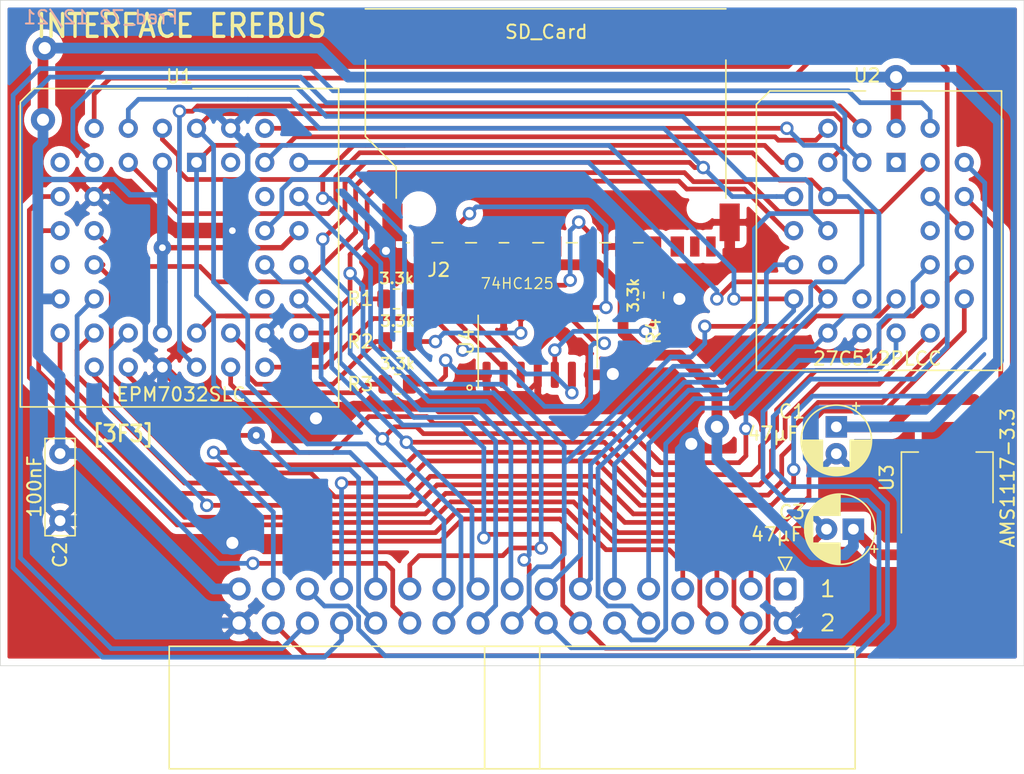
<source format=kicad_pcb>
(kicad_pcb (version 20171130) (host pcbnew "(5.1.12)-1")
  (layers (0 F.Cu signal) (31 B.Cu signal) (34 B.Paste user) (35 F.Paste user) (36 B.SilkS user) (37 F.SilkS user) (38 B.Mask user) (39 F.Mask user) (44 Edge.Cuts user))
  (net 0 "")
  (net 1 GND)
  (net 2 VCC)
  (net 3 /~RESET)
  (net 4 /D0)
  (net 5 /D1)
  (net 6 /D2)
  (net 7 /D3)
  (net 8 /D4)
  (net 9 /D5)
  (net 10 /D6)
  (net 11 /D7)
  (net 12 /A0)
  (net 13 /A1)
  (net 14 /A2)
  (net 15 /A3)
  (net 16 /A4)
  (net 17 /A5)
  (net 18 /A6)
  (net 19 /A7)
  (net 20 /A8)
  (net 21 /A9)
  (net 22 /A10)
  (net 23 /A11)
  (net 24 /A12)
  (net 25 /A13)
  (net 26 /A14)
  (net 27 /A15)
  (net 28 /~IOCTRL)
  (net 29 /~IRQ)
  (net 30 /R_~W)
  (net 31 /~IO)
  (net 32 /PHI2)
  (net 33 /~MAP)
  (net 34 "Net-(U1-Pad38)")
  (net 35 "Net-(U2-Pad17)")
  (net 36 "Net-(U2-Pad12)")
  (net 37 "Net-(J2-Pad9)")
  (net 38 "Net-(J2-Pad8)")
  (net 39 "Net-(J2-Pad7)")
  (net 40 "Net-(J2-Pad5)")
  (net 41 "Net-(J2-Pad2)")
  (net 42 "Net-(J2-Pad11)")
  (net 43 "Net-(J2-Pad10)")
  (net 44 "Net-(U1-Pad32)")
  (net 45 /MISO)
  (net 46 /CS)
  (net 47 /A15M)
  (net 48 /ROM_CE)
  (net 49 /MOSI)
  (net 50 /SCK)
  (net 51 /A14M)
  (net 52 /ROM_OE)
  (net 53 "Net-(U1-Pad13)")
  (net 54 "Net-(U1-Pad7)")
  (net 55 "Net-(U1-Pad43)")
  (net 56 "Net-(U2-Pad26)")
  (net 57 "Net-(U2-Pad1)")
  (net 58 +3V3)
  (net 59 "Net-(J2-Pad1)")
  (net 60 "Net-(R4-Pad2)")
  (net 61 "Net-(R2-Pad1)")
  (net 62 "Net-(R3-Pad1)")
  (net 63 "Net-(R1-Pad1)")
  (module Connector_Card:SD_Short (layer F.Cu) (at 154.94 58.42 180)
    (fp_text reference J2 (at 8.001 -13.716 180) (layer F.SilkS))
    (fp_text value SD_Card (at 0 4 180) (layer F.SilkS))
    (pad 12 smd rect (at -13.65 -10.175 180) (size 1.5 2.8) (layers F.Cu F.Paste F.Mask) (net 1 GND))
    (pad 13 smd rect (at -13.65 4.191 180) (size 1.5 2.8) (layers F.Cu F.Paste F.Mask) (net 1 GND))
    (pad 13 smd rect (at 13.65 4.191 180) (size 1.5 2.8) (layers F.Cu F.Paste F.Mask) (net 1 GND))
    (pad 12 smd rect (at 11.45 -10.175 180) (size 1.5 2.8) (layers F.Cu F.Paste F.Mask) (net 1 GND))
    (pad "" np_thru_hole circle (at -11.5 -9.175 180) (size 1.1 1.1) (drill 1.1) (layers *.Cu *.Mask))
    (pad "" np_thru_hole circle (at 9.5 -9.175 180) (size 1.6 1.6) (drill 1.6) (layers *.Cu *.Mask))
    (pad 11 smd rect (at -12.255 -11.975 180) (size 0.7 1.5) (layers F.Cu F.Paste F.Mask) (net 42 "Net-(J2-Pad11)"))
    (pad 10 smd rect (at -11.055 -11.975 180) (size 0.7 1.5) (layers F.Cu F.Paste F.Mask) (net 43 "Net-(J2-Pad10)"))
    (pad 9 smd rect (at 9.375 -11.975 180) (size 1 1.5) (layers F.Cu F.Paste F.Mask) (net 37 "Net-(J2-Pad9)"))
    (pad 8 smd rect (at -9.755 -11.975 180) (size 1 1.5) (layers F.Cu F.Paste F.Mask) (net 38 "Net-(J2-Pad8)"))
    (pad 7 smd rect (at -8.055 -11.975 180) (size 1 1.5) (layers F.Cu F.Paste F.Mask) (net 39 "Net-(J2-Pad7)"))
    (pad 6 smd rect (at -5.625 -11.975 180) (size 1 1.5) (layers F.Cu F.Paste F.Mask) (net 1 GND))
    (pad 5 smd rect (at -3.125 -11.975 180) (size 1 1.5) (layers F.Cu F.Paste F.Mask) (net 40 "Net-(J2-Pad5)"))
    (pad 4 smd rect (at -0.625 -11.975 180) (size 1 1.5) (layers F.Cu F.Paste F.Mask) (net 58 +3V3))
    (pad 3 smd rect (at 1.875 -11.975 180) (size 1 1.5) (layers F.Cu F.Paste F.Mask) (net 1 GND))
    (pad 2 smd rect (at 4.375 -11.975 180) (size 1 1.5) (layers F.Cu F.Paste F.Mask) (net 41 "Net-(J2-Pad2)"))
    (pad 1 smd rect (at 6.875 -11.975 180) (size 1 1.5) (layers F.Cu F.Paste F.Mask) (net 59 "Net-(J2-Pad1)"))
  )
  (module Package_LCC:PLCC-32_THT-Socket (layer F.Cu) (at 180.975 64.135)
    (fp_text reference U2 (at -2.159 -6.477) (layer F.SilkS))
    (fp_text value 27C512PLCC (at -1.397 14.605) (layer F.SilkS))
    (pad 29 thru_hole circle (at 5.08 0) (size 1.4224 1.4224) (drill 0.8) (layers *.Cu *.Mask) (net 20 /A8))
    (pad 27 thru_hole circle (at 5.08 2.54) (size 1.4224 1.4224) (drill 0.8) (layers *.Cu *.Mask) (net 23 /A11))
    (pad 25 thru_hole circle (at 5.08 5.08) (size 1.4224 1.4224) (drill 0.8) (layers *.Cu *.Mask) (net 52 /ROM_OE))
    (pad 23 thru_hole circle (at 5.08 7.62) (size 1.4224 1.4224) (drill 0.8) (layers *.Cu *.Mask) (net 48 /ROM_CE))
    (pad 28 thru_hole circle (at 2.54 2.54) (size 1.4224 1.4224) (drill 0.8) (layers *.Cu *.Mask) (net 21 /A9))
    (pad 26 thru_hole circle (at 2.54 5.08) (size 1.4224 1.4224) (drill 0.8) (layers *.Cu *.Mask) (net 56 "Net-(U2-Pad26)"))
    (pad 24 thru_hole circle (at 2.54 7.62) (size 1.4224 1.4224) (drill 0.8) (layers *.Cu *.Mask) (net 22 /A10))
    (pad 22 thru_hole circle (at 2.54 10.16) (size 1.4224 1.4224) (drill 0.8) (layers *.Cu *.Mask) (net 11 /D7))
    (pad 20 thru_hole circle (at 2.54 12.7) (size 1.4224 1.4224) (drill 0.8) (layers *.Cu *.Mask) (net 9 /D5))
    (pad 18 thru_hole circle (at 0 12.7) (size 1.4224 1.4224) (drill 0.8) (layers *.Cu *.Mask) (net 7 /D3))
    (pad 16 thru_hole circle (at -2.54 12.7) (size 1.4224 1.4224) (drill 0.8) (layers *.Cu *.Mask) (net 1 GND))
    (pad 14 thru_hole circle (at -5.08 12.7) (size 1.4224 1.4224) (drill 0.8) (layers *.Cu *.Mask) (net 5 /D1))
    (pad 21 thru_hole circle (at 5.08 10.16) (size 1.4224 1.4224) (drill 0.8) (layers *.Cu *.Mask) (net 10 /D6))
    (pad 19 thru_hole circle (at 0 10.16) (size 1.4224 1.4224) (drill 0.8) (layers *.Cu *.Mask) (net 8 /D4))
    (pad 17 thru_hole circle (at -2.54 10.16) (size 1.4224 1.4224) (drill 0.8) (layers *.Cu *.Mask) (net 35 "Net-(U2-Pad17)"))
    (pad 15 thru_hole circle (at -5.08 10.16) (size 1.4224 1.4224) (drill 0.8) (layers *.Cu *.Mask) (net 6 /D2))
    (pad 13 thru_hole circle (at -7.62 10.16) (size 1.4224 1.4224) (drill 0.8) (layers *.Cu *.Mask) (net 4 /D0))
    (pad 11 thru_hole circle (at -7.62 7.62) (size 1.4224 1.4224) (drill 0.8) (layers *.Cu *.Mask) (net 12 /A0))
    (pad 9 thru_hole circle (at -7.62 5.08) (size 1.4224 1.4224) (drill 0.8) (layers *.Cu *.Mask) (net 14 /A2))
    (pad 7 thru_hole circle (at -7.62 2.54) (size 1.4224 1.4224) (drill 0.8) (layers *.Cu *.Mask) (net 16 /A4))
    (pad 5 thru_hole circle (at -7.62 0) (size 1.4224 1.4224) (drill 0.8) (layers *.Cu *.Mask) (net 18 /A6))
    (pad 12 thru_hole circle (at -5.08 7.62) (size 1.4224 1.4224) (drill 0.8) (layers *.Cu *.Mask) (net 36 "Net-(U2-Pad12)"))
    (pad 10 thru_hole circle (at -5.08 5.08) (size 1.4224 1.4224) (drill 0.8) (layers *.Cu *.Mask) (net 13 /A1))
    (pad 8 thru_hole circle (at -5.08 2.54) (size 1.4224 1.4224) (drill 0.8) (layers *.Cu *.Mask) (net 15 /A3))
    (pad 6 thru_hole circle (at -5.08 0) (size 1.4224 1.4224) (drill 0.8) (layers *.Cu *.Mask) (net 17 /A5))
    (pad 30 thru_hole circle (at 2.54 -2.54) (size 1.4224 1.4224) (drill 0.8) (layers *.Cu *.Mask) (net 25 /A13))
    (pad 32 thru_hole circle (at 0 -2.54) (size 1.4224 1.4224) (drill 0.8) (layers *.Cu *.Mask) (net 2 VCC))
    (pad 4 thru_hole circle (at -5.08 -2.54) (size 1.4224 1.4224) (drill 0.8) (layers *.Cu *.Mask) (net 19 /A7))
    (pad 2 thru_hole circle (at -2.54 -2.54) (size 1.4224 1.4224) (drill 0.8) (layers *.Cu *.Mask) (net 47 /A15M))
    (pad 31 thru_hole circle (at 2.54 0) (size 1.4224 1.4224) (drill 0.8) (layers *.Cu *.Mask) (net 51 /A14M))
    (pad 3 thru_hole circle (at -2.54 0) (size 1.4224 1.4224) (drill 0.8) (layers *.Cu *.Mask) (net 24 /A12))
    (pad 1 thru_hole rect (at 0 0) (size 1.4224 1.4224) (drill 0.8) (layers *.Cu *.Mask) (net 57 "Net-(U2-Pad1)"))
  )
  (module Package_LCC:PLCC-44_THT-Socket (layer F.Cu) (at 128.905 64.135)
    (fp_text reference U1 (at -1.27 -6.4) (layer F.SilkS))
    (fp_text value EPM7032SLC (at -1.143 17.272) (layer F.SilkS))
    (pad 39 thru_hole circle (at 7.62 0) (size 1.4224 1.4224) (drill 0.8) (layers *.Cu *.Mask) (net 6 /D2))
    (pad 37 thru_hole circle (at 7.62 2.54) (size 1.4224 1.4224) (drill 0.8) (layers *.Cu *.Mask) (net 7 /D3))
    (pad 35 thru_hole circle (at 7.62 5.08) (size 1.4224 1.4224) (drill 0.8) (layers *.Cu *.Mask) (net 2 VCC))
    (pad 33 thru_hole circle (at 7.62 7.62) (size 1.4224 1.4224) (drill 0.8) (layers *.Cu *.Mask) (net 10 /D6))
    (pad 31 thru_hole circle (at 7.62 10.16) (size 1.4224 1.4224) (drill 0.8) (layers *.Cu *.Mask) (net 11 /D7))
    (pad 40 thru_hole circle (at 5.08 -2.54) (size 1.4224 1.4224) (drill 0.8) (layers *.Cu *.Mask) (net 5 /D1))
    (pad 38 thru_hole circle (at 5.08 2.54) (size 1.4224 1.4224) (drill 0.8) (layers *.Cu *.Mask) (net 34 "Net-(U1-Pad38)"))
    (pad 36 thru_hole circle (at 5.08 5.08) (size 1.4224 1.4224) (drill 0.8) (layers *.Cu *.Mask) (net 8 /D4))
    (pad 34 thru_hole circle (at 5.08 7.62) (size 1.4224 1.4224) (drill 0.8) (layers *.Cu *.Mask) (net 9 /D5))
    (pad 32 thru_hole circle (at 5.08 10.16) (size 1.4224 1.4224) (drill 0.8) (layers *.Cu *.Mask) (net 44 "Net-(U1-Pad32)"))
    (pad 30 thru_hole circle (at 5.08 12.7) (size 1.4224 1.4224) (drill 0.8) (layers *.Cu *.Mask) (net 1 GND))
    (pad 28 thru_hole circle (at 5.08 15.24) (size 1.4224 1.4224) (drill 0.8) (layers *.Cu *.Mask) (net 45 /MISO))
    (pad 26 thru_hole circle (at 2.54 15.24) (size 1.4224 1.4224) (drill 0.8) (layers *.Cu *.Mask) (net 46 /CS))
    (pad 24 thru_hole circle (at 0 15.24) (size 1.4224 1.4224) (drill 0.8) (layers *.Cu *.Mask) (net 47 /A15M))
    (pad 22 thru_hole circle (at -2.54 15.24) (size 1.4224 1.4224) (drill 0.8) (layers *.Cu *.Mask) (net 1 GND))
    (pad 20 thru_hole circle (at -5.08 15.24) (size 1.4224 1.4224) (drill 0.8) (layers *.Cu *.Mask) (net 26 /A14))
    (pad 18 thru_hole circle (at -7.62 15.24) (size 1.4224 1.4224) (drill 0.8) (layers *.Cu *.Mask) (net 32 /PHI2))
    (pad 29 thru_hole circle (at 7.62 12.7) (size 1.4224 1.4224) (drill 0.8) (layers *.Cu *.Mask) (net 49 /MOSI))
    (pad 27 thru_hole circle (at 2.54 12.7) (size 1.4224 1.4224) (drill 0.8) (layers *.Cu *.Mask) (net 50 /SCK))
    (pad 25 thru_hole circle (at 0 12.7) (size 1.4224 1.4224) (drill 0.8) (layers *.Cu *.Mask) (net 14 /A2))
    (pad 23 thru_hole circle (at -2.54 12.7) (size 1.4224 1.4224) (drill 0.8) (layers *.Cu *.Mask) (net 2 VCC))
    (pad 21 thru_hole circle (at -5.08 12.7) (size 1.4224 1.4224) (drill 0.8) (layers *.Cu *.Mask) (net 28 /~IOCTRL))
    (pad 19 thru_hole circle (at -7.62 12.7) (size 1.4224 1.4224) (drill 0.8) (layers *.Cu *.Mask) (net 3 /~RESET))
    (pad 17 thru_hole circle (at -10.16 12.7) (size 1.4224 1.4224) (drill 0.8) (layers *.Cu *.Mask) (net 31 /~IO))
    (pad 15 thru_hole circle (at -10.16 10.16) (size 1.4224 1.4224) (drill 0.8) (layers *.Cu *.Mask) (net 2 VCC))
    (pad 13 thru_hole circle (at -10.16 7.62) (size 1.4224 1.4224) (drill 0.8) (layers *.Cu *.Mask) (net 53 "Net-(U1-Pad13)"))
    (pad 11 thru_hole circle (at -10.16 5.08) (size 1.4224 1.4224) (drill 0.8) (layers *.Cu *.Mask) (net 30 /R_~W))
    (pad 9 thru_hole circle (at -10.16 2.54) (size 1.4224 1.4224) (drill 0.8) (layers *.Cu *.Mask) (net 12 /A0))
    (pad 7 thru_hole circle (at -10.16 0) (size 1.4224 1.4224) (drill 0.8) (layers *.Cu *.Mask) (net 54 "Net-(U1-Pad7)"))
    (pad 16 thru_hole circle (at -7.62 10.16) (size 1.4224 1.4224) (drill 0.8) (layers *.Cu *.Mask) (net 27 /A15))
    (pad 14 thru_hole circle (at -7.62 7.62) (size 1.4224 1.4224) (drill 0.8) (layers *.Cu *.Mask) (net 48 /ROM_CE))
    (pad 12 thru_hole circle (at -7.62 5.08) (size 1.4224 1.4224) (drill 0.8) (layers *.Cu *.Mask) (net 51 /A14M))
    (pad 10 thru_hole circle (at -7.62 2.54) (size 1.4224 1.4224) (drill 0.8) (layers *.Cu *.Mask) (net 1 GND))
    (pad 8 thru_hole circle (at -7.62 0) (size 1.4224 1.4224) (drill 0.8) (layers *.Cu *.Mask) (net 13 /A1))
    (pad 42 thru_hole circle (at 2.54 -2.54) (size 1.4224 1.4224) (drill 0.8) (layers *.Cu *.Mask) (net 1 GND))
    (pad 44 thru_hole circle (at 0 -2.54) (size 1.4224 1.4224) (drill 0.8) (layers *.Cu *.Mask) (net 17 /A5))
    (pad 6 thru_hole circle (at -7.62 -2.54) (size 1.4224 1.4224) (drill 0.8) (layers *.Cu *.Mask) (net 52 /ROM_OE))
    (pad 4 thru_hole circle (at -5.08 -2.54) (size 1.4224 1.4224) (drill 0.8) (layers *.Cu *.Mask) (net 16 /A4))
    (pad 2 thru_hole circle (at -2.54 -2.54) (size 1.4224 1.4224) (drill 0.8) (layers *.Cu *.Mask) (net 18 /A6))
    (pad 41 thru_hole circle (at 5.08 0) (size 1.4224 1.4224) (drill 0.8) (layers *.Cu *.Mask) (net 4 /D0))
    (pad 43 thru_hole circle (at 2.54 0) (size 1.4224 1.4224) (drill 0.8) (layers *.Cu *.Mask) (net 55 "Net-(U1-Pad43)"))
    (pad 5 thru_hole circle (at -5.08 0) (size 1.4224 1.4224) (drill 0.8) (layers *.Cu *.Mask) (net 15 /A3))
    (pad 3 thru_hole circle (at -2.54 0) (size 1.4224 1.4224) (drill 0.8) (layers *.Cu *.Mask) (net 2 VCC))
    (pad 1 thru_hole rect (at 0 0) (size 1.4224 1.4224) (drill 0.8) (layers *.Cu *.Mask) (net 19 /A7))
  )
  (module Package_SO:SOIC-14_3.9x8.7mm_P1.27mm (layer F.Cu) (at 154.305 77.47 90)
    (fp_text reference U4 (at 0 -5.28 90) (layer F.SilkS))
    (fp_text value 74HC125 (at 4.318 -1.524 180) (layer F.SilkS) (effects (font (size 0.8 0.8) (thickness 0.1))))
    (pad 14 smd roundrect (at 2.475 -3.81 90) (size 1.95 0.6) (layers F.Cu F.Paste F.Mask) (net 58 +3V3))
    (pad 13 smd roundrect (at 2.475 -2.54 90) (size 1.95 0.6) (layers F.Cu F.Paste F.Mask) (net 1 GND))
    (pad 12 smd roundrect (at 2.475 -1.27 90) (size 1.95 0.6) (layers F.Cu F.Paste F.Mask) (net 61 "Net-(R2-Pad1)"))
    (pad 11 smd roundrect (at 2.475 0 90) (size 1.95 0.6) (layers F.Cu F.Paste F.Mask) (net 40 "Net-(J2-Pad5)"))
    (pad 10 smd roundrect (at 2.475 1.27 90) (size 1.95 0.6) (layers F.Cu F.Paste F.Mask) (net 1 GND))
    (pad 9 smd roundrect (at 2.475 2.54 90) (size 1.95 0.6) (layers F.Cu F.Paste F.Mask) (net 62 "Net-(R3-Pad1)"))
    (pad 8 smd roundrect (at 2.475 3.81 90) (size 1.95 0.6) (layers F.Cu F.Paste F.Mask) (net 59 "Net-(J2-Pad1)"))
    (pad 7 smd roundrect (at -2.475 3.81 90) (size 1.95 0.6) (layers F.Cu F.Paste F.Mask) (net 1 GND))
    (pad 6 smd roundrect (at -2.475 2.54 90) (size 1.95 0.6) (layers F.Cu F.Paste F.Mask) (net 45 /MISO))
    (pad 5 smd roundrect (at -2.475 1.27 90) (size 1.95 0.6) (layers F.Cu F.Paste F.Mask) (net 60 "Net-(R4-Pad2)"))
    (pad 4 smd roundrect (at -2.475 0 90) (size 1.95 0.6) (layers F.Cu F.Paste F.Mask) (net 1 GND))
    (pad 3 smd roundrect (at -2.475 -1.27 90) (size 1.95 0.6) (layers F.Cu F.Paste F.Mask) (net 41 "Net-(J2-Pad2)"))
    (pad 2 smd roundrect (at -2.475 -2.54 90) (size 1.95 0.6) (layers F.Cu F.Paste F.Mask) (net 63 "Net-(R1-Pad1)"))
    (pad 1 smd roundrect (at -2.475 -3.81 90) (size 1.95 0.6) (layers F.Cu F.Paste F.Mask) (net 1 GND))
  )
  (module Resistor_SMD:R_0805_2012Metric (layer F.Cu) (at 162.941 74.0175 270)
    (fp_text reference R4 (at 2.6905 0 90) (layer F.SilkS))
    (fp_text value 3.3k (at 0 1.524 90) (layer F.SilkS) (effects (font (size 0.8 0.8))))
    (pad 2 smd roundrect (at 0.9125 0 270) (size 1.025 1.4) (layers F.Cu F.Paste F.Mask) (roundrect_rratio 0.2439004878048781) (net 60 "Net-(R4-Pad2)"))
    (pad 1 smd roundrect (at -0.9125 0 270) (size 1.025 1.4) (layers F.Cu F.Paste F.Mask) (roundrect_rratio 0.2439004878048781) (net 39 "Net-(J2-Pad7)"))
  )
  (module Resistor_SMD:R_0805_2012Metric (layer F.Cu) (at 143.868 80.645 180)
    (fp_text reference R3 (at 2.771 0) (layer F.SilkS))
    (fp_text value 3.3k (at 0 1.524) (layer F.SilkS) (effects (font (size 0.8 0.8))))
    (pad 2 smd roundrect (at 0.9125 0 180) (size 1.025 1.4) (layers F.Cu F.Paste F.Mask) (roundrect_rratio 0.2439004878048781) (net 46 /CS))
    (pad 1 smd roundrect (at -0.9125 0 180) (size 1.025 1.4) (layers F.Cu F.Paste F.Mask) (roundrect_rratio 0.2439004878048781) (net 62 "Net-(R3-Pad1)"))
  )
  (module Resistor_SMD:R_0805_2012Metric (layer F.Cu) (at 143.868 77.47 180)
    (fp_text reference R2 (at 2.771 0) (layer F.SilkS))
    (fp_text value 3.3k (at 0 1.524) (layer F.SilkS) (effects (font (size 0.8 0.8))))
    (pad 2 smd roundrect (at 0.9125 0 180) (size 1.025 1.4) (layers F.Cu F.Paste F.Mask) (roundrect_rratio 0.2439004878048781) (net 50 /SCK))
    (pad 1 smd roundrect (at -0.9125 0 180) (size 1.025 1.4) (layers F.Cu F.Paste F.Mask) (roundrect_rratio 0.2439004878048781) (net 61 "Net-(R2-Pad1)"))
  )
  (module Resistor_SMD:R_0805_2012Metric (layer F.Cu) (at 143.788 74.295 180)
    (fp_text reference R1 (at 2.691 0) (layer F.SilkS))
    (fp_text value 3.3k (at 0 1.524) (layer F.SilkS) (effects (font (size 0.8 0.8))))
    (pad 2 smd roundrect (at 0.9125 0 180) (size 1.025 1.4) (layers F.Cu F.Paste F.Mask) (roundrect_rratio 0.2439004878048781) (net 49 /MOSI))
    (pad 1 smd roundrect (at -0.9125 0 180) (size 1.025 1.4) (layers F.Cu F.Paste F.Mask) (roundrect_rratio 0.2439004878048781) (net 63 "Net-(R1-Pad1)"))
  )
  (module Package_TO_SOT_SMD:SOT-223-3_TabPin2 (layer F.Cu) (at 184.785 87.605 90)
    (fp_text reference U3 (at 0 -4.5 90) (layer F.SilkS))
    (fp_text value AMS1117-3.3 (at 0 4.5 90) (layer F.SilkS))
    (pad 1 smd rect (at -3.15 -2.3 90) (size 2 1.5) (layers F.Cu F.Paste F.Mask) (net 1 GND))
    (pad 3 smd rect (at -3.15 2.3 90) (size 2 1.5) (layers F.Cu F.Paste F.Mask) (net 2 VCC))
    (pad 2 smd rect (at -3.15 0 90) (size 2 1.5) (layers F.Cu F.Paste F.Mask) (net 58 +3V3))
    (pad 2 smd rect (at 3.15 0 90) (size 2 3.8) (layers F.Cu F.Paste F.Mask) (net 58 +3V3))
  )
  (module Capacitor_THT:CP_Radial_D5.0mm_P2.00mm (layer F.Cu) (at 177.8 91.44 180)
    (fp_text reference C3 (at 4.572 1.27) (layer F.SilkS))
    (fp_text value 47µF (at 5.715 -0.381) (layer F.SilkS))
    (pad 2 thru_hole circle (at 2 0 180) (size 1.6 1.6) (drill 0.8) (layers *.Cu *.Mask) (net 1 GND))
    (pad 1 thru_hole rect (at 0 0 180) (size 1.6 1.6) (drill 0.8) (layers *.Cu *.Mask) (net 58 +3V3))
  )
  (module Connector_IDC:IDC-Header_2x17_P2.54mm_Horizontal (layer F.Cu) (at 172.72 95.885 270)
    (fp_text reference J1 hide)
    (fp_text value SLOT1)
    (pad 34 thru_hole circle (at 2.54 40.64 270) (size 1.7 1.7) (drill 1) (layers *.Cu *.Mask) (net 1 GND))
    (pad 32 thru_hole circle (at 2.54 38.1 270) (size 1.7 1.7) (drill 1) (layers *.Cu *.Mask) (net 23 /A11))
    (pad 30 thru_hole circle (at 2.54 35.56 270) (size 1.7 1.7) (drill 1) (layers *.Cu *.Mask) (net 24 /A12))
    (pad 28 thru_hole circle (at 2.54 33.02 270) (size 1.7 1.7) (drill 1) (layers *.Cu *.Mask) (net 25 /A13))
    (pad 26 thru_hole circle (at 2.54 30.48 270) (size 1.7 1.7) (drill 1) (layers *.Cu *.Mask) (net 26 /A14))
    (pad 24 thru_hole circle (at 2.54 27.94 270) (size 1.7 1.7) (drill 1) (layers *.Cu *.Mask) (net 27 /A15))
    (pad 22 thru_hole circle (at 2.54 25.4 270) (size 1.7 1.7) (drill 1) (layers *.Cu *.Mask) (net 11 /D7))
    (pad 20 thru_hole circle (at 2.54 22.86 270) (size 1.7 1.7) (drill 1) (layers *.Cu *.Mask) (net 16 /A4))
    (pad 18 thru_hole circle (at 2.54 20.32 270) (size 1.7 1.7) (drill 1) (layers *.Cu *.Mask) (net 8 /D4))
    (pad 16 thru_hole circle (at 2.54 17.78 270) (size 1.7 1.7) (drill 1) (layers *.Cu *.Mask) (net 7 /D3))
    (pad 14 thru_hole circle (at 2.54 15.24 270) (size 1.7 1.7) (drill 1) (layers *.Cu *.Mask) (net 10 /D6))
    (pad 12 thru_hole circle (at 2.54 12.7 270) (size 1.7 1.7) (drill 1) (layers *.Cu *.Mask) (net 5 /D1))
    (pad 10 thru_hole circle (at 2.54 10.16 270) (size 1.7 1.7) (drill 1) (layers *.Cu *.Mask) (net 4 /D0))
    (pad 8 thru_hole circle (at 2.54 7.62 270) (size 1.7 1.7) (drill 1) (layers *.Cu *.Mask) (net 29 /~IRQ))
    (pad 6 thru_hole circle (at 2.54 5.08 270) (size 1.7 1.7) (drill 1) (layers *.Cu *.Mask) (net 28 /~IOCTRL))
    (pad 4 thru_hole circle (at 2.54 2.54 270) (size 1.7 1.7) (drill 1) (layers *.Cu *.Mask) (net 3 /~RESET))
    (pad 2 thru_hole circle (at 2.54 0 270) (size 1.7 1.7) (drill 1) (layers *.Cu *.Mask) (net 1 GND))
    (pad 33 thru_hole circle (at 0 40.64 270) (size 1.7 1.7) (drill 1) (layers *.Cu *.Mask) (net 2 VCC))
    (pad 31 thru_hole circle (at 0 38.1 270) (size 1.7 1.7) (drill 1) (layers *.Cu *.Mask) (net 22 /A10))
    (pad 29 thru_hole circle (at 0 35.56 270) (size 1.7 1.7) (drill 1) (layers *.Cu *.Mask) (net 21 /A9))
    (pad 27 thru_hole circle (at 0 33.02 270) (size 1.7 1.7) (drill 1) (layers *.Cu *.Mask) (net 20 /A8))
    (pad 25 thru_hole circle (at 0 30.48 270) (size 1.7 1.7) (drill 1) (layers *.Cu *.Mask) (net 19 /A7))
    (pad 23 thru_hole circle (at 0 27.94 270) (size 1.7 1.7) (drill 1) (layers *.Cu *.Mask) (net 18 /A6))
    (pad 21 thru_hole circle (at 0 25.4 270) (size 1.7 1.7) (drill 1) (layers *.Cu *.Mask) (net 17 /A5))
    (pad 19 thru_hole circle (at 0 22.86 270) (size 1.7 1.7) (drill 1) (layers *.Cu *.Mask) (net 9 /D5))
    (pad 17 thru_hole circle (at 0 20.32 270) (size 1.7 1.7) (drill 1) (layers *.Cu *.Mask) (net 14 /A2))
    (pad 15 thru_hole circle (at 0 17.78 270) (size 1.7 1.7) (drill 1) (layers *.Cu *.Mask) (net 13 /A1))
    (pad 13 thru_hole circle (at 0 15.24 270) (size 1.7 1.7) (drill 1) (layers *.Cu *.Mask) (net 12 /A0))
    (pad 11 thru_hole circle (at 0 12.7 270) (size 1.7 1.7) (drill 1) (layers *.Cu *.Mask) (net 15 /A3))
    (pad 9 thru_hole circle (at 0 10.16 270) (size 1.7 1.7) (drill 1) (layers *.Cu *.Mask) (net 6 /D2))
    (pad 7 thru_hole circle (at 0 7.62 270) (size 1.7 1.7) (drill 1) (layers *.Cu *.Mask) (net 30 /R_~W))
    (pad 5 thru_hole circle (at 0 5.08 270) (size 1.7 1.7) (drill 1) (layers *.Cu *.Mask) (net 31 /~IO))
    (pad 3 thru_hole circle (at 0 2.54 270) (size 1.7 1.7) (drill 1) (layers *.Cu *.Mask) (net 32 /PHI2))
    (pad 1 thru_hole roundrect (at 0 0 270) (size 1.7 1.7) (drill 1) (layers *.Cu *.Mask) (roundrect_rratio 0.1470588235294118) (net 33 /~MAP))
  )
  (module Capacitor_THT:C_Rect_L7.0mm_W2.0mm_P5.00mm (layer F.Cu) (at 118.745 90.805 90)
    (fp_text reference C2 (at -2.54 0 90) (layer F.SilkS))
    (fp_text value 100nF (at 2.54 -1.905 90) (layer F.SilkS))
    (pad 2 thru_hole circle (at 5 0 90) (size 1.6 1.6) (drill 0.8) (layers *.Cu *.Mask) (net 2 VCC))
    (pad 1 thru_hole circle (at 0 0 90) (size 1.6 1.6) (drill 0.8) (layers *.Cu *.Mask) (net 1 GND))
  )
  (module Capacitor_THT:CP_Radial_D5.0mm_P2.00mm (layer F.Cu) (at 176.53 83.82 270)
    (fp_text reference C1 (at -1.143 3.302 180) (layer F.SilkS))
    (fp_text value 47µF (at 0.508 4.699 180) (layer F.SilkS))
    (pad 2 thru_hole circle (at 2 0 270) (size 1.6 1.6) (drill 0.8) (layers *.Cu *.Mask) (net 1 GND))
    (pad 1 thru_hole rect (at 0 0 270) (size 1.6 1.6) (drill 0.8) (layers *.Cu *.Mask) (net 2 VCC))
  )
  (gr_circle (center 149.225 80.899) (end 149.098 80.772) (layer F.SilkS) (width 0.12))
  (gr_text "INTERFACE EREBUS" (at 116.84 53.975) (layer F.SilkS) (effects (font (size 1.7 1.5) (thickness 0.25)) (justify left)))
  (gr_line (start 190.5 52.07) (end 114.3 52.07) (layer Edge.Cuts) (width 0.05))
  (gr_line (start 114.3 101.6) (end 190.5 101.6) (layer Edge.Cuts) (width 0.05))
  (gr_line (start 114.3 52.07) (end 114.3 101.6) (layer Edge.Cuts) (width 0.05))
  (gr_text "Fred_72 12/21" (at 127.635 53.34) (layer B.SilkS) (effects (font (size 1 1)) (justify left mirror)))
  (gr_text 2 (at 175.895 98.425) (layer F.SilkS) (effects (font (size 1.2 1.2))))
  (gr_text 1 (at 175.895 95.885) (layer F.SilkS) (effects (font (size 1.2 1.2))))
  (gr_text [3F3] (at 123.444 84.328) (layer F.SilkS) (effects (font (size 1.2 1.1) (thickness 0.2))))
  (gr_line (start 190.5 101.6) (end 190.5 52.07) (layer Edge.Cuts) (width 0.05))
  (segment (start 143.0043 70.7192) (end 143.3532 70.3703) (width 0.35) (layer F.Cu) (net 1))
  (segment (start 143.3532 70.3703) (end 143.49 70.3703) (width 0.35) (layer F.Cu) (net 1))
  (segment (start 143.49 68.595) (end 143.49 70.3703) (width 0.35) (layer F.Cu) (net 1))
  (segment (start 150.495 79.945) (end 150.495 80.4581) (width 0.35) (layer F.Cu) (net 1))
  (segment (start 150.495 80.4581) (end 151.3641 81.3272) (width 0.35) (layer F.Cu) (net 1))
  (segment (start 151.3641 81.3272) (end 153.4323 81.3272) (width 0.35) (layer F.Cu) (net 1))
  (segment (start 153.4323 81.3272) (end 154.305 80.4545) (width 0.35) (layer F.Cu) (net 1))
  (segment (start 154.305 80.4545) (end 154.305 79.945) (width 0.35) (layer F.Cu) (net 1))
  (segment (start 168.3186 68.8664) (end 168.59 68.595) (width 0.35) (layer F.Cu) (net 1))
  (via (at 143.0043 70.7192) (size 1) (layers F.Cu B.Cu) (net 1))
  (segment (start 158.115 79.945) (end 158.115 77.978) (width 0.35) (layer F.Cu) (net 1))
  (segment (start 158.115 77.978) (end 157.48 77.343) (width 0.35) (layer F.Cu) (net 1))
  (segment (start 157.48 77.343) (end 156.083 77.343) (width 0.35) (layer F.Cu) (net 1))
  (segment (start 155.575 76.835) (end 155.575 74.995) (width 0.35) (layer F.Cu) (net 1))
  (segment (start 156.083 77.343) (end 155.575 76.835) (width 0.35) (layer F.Cu) (net 1))
  (segment (start 154.305 78.105) (end 155.575 76.835) (width 0.35) (layer F.Cu) (net 1))
  (segment (start 154.305 79.945) (end 154.305 78.105) (width 0.35) (layer F.Cu) (net 1))
  (segment (start 151.765 74.995) (end 151.765 76.962) (width 0.35) (layer F.Cu) (net 1))
  (segment (start 152.908 78.105) (end 154.305 78.105) (width 0.35) (layer F.Cu) (net 1))
  (segment (start 151.765 76.962) (end 152.908 78.105) (width 0.35) (layer F.Cu) (net 1))
  (via (at 137.795 83.185) (size 1.8) (drill 0.9) (layers F.Cu B.Cu) (net 1))
  (segment (start 130.175 83.185) (end 126.365 79.375) (width 0.8) (layer F.Cu) (net 1))
  (segment (start 137.795 83.185) (end 130.175 83.185) (width 0.8) (layer F.Cu) (net 1))
  (segment (start 133.985 76.835) (end 135.89 78.74) (width 0.8) (layer B.Cu) (net 1))
  (segment (start 135.89 81.28) (end 137.795 83.185) (width 0.8) (layer B.Cu) (net 1))
  (segment (start 135.89 78.74) (end 135.89 81.28) (width 0.8) (layer B.Cu) (net 1))
  (via (at 159.893 79.883) (size 1.8) (drill 0.9) (layers F.Cu B.Cu) (net 1))
  (segment (start 159.831 79.945) (end 159.893 79.883) (width 0.8) (layer F.Cu) (net 1))
  (segment (start 158.115 79.945) (end 159.831 79.945) (width 0.8) (layer F.Cu) (net 1))
  (via (at 165.735 85.09) (size 1.8) (drill 0.9) (layers F.Cu B.Cu) (net 1))
  (segment (start 160.528 79.883) (end 165.735 85.09) (width 0.8) (layer F.Cu) (net 1))
  (segment (start 159.893 79.883) (end 160.528 79.883) (width 0.8) (layer F.Cu) (net 1))
  (segment (start 174.752 97.409) (end 173.736 98.425) (width 0.8) (layer B.Cu) (net 1))
  (segment (start 173.736 98.425) (end 172.72 98.425) (width 0.8) (layer B.Cu) (net 1))
  (segment (start 174.752 95.25) (end 174.752 97.409) (width 0.8) (layer B.Cu) (net 1))
  (segment (start 173.482 93.98) (end 174.752 95.25) (width 0.8) (layer B.Cu) (net 1))
  (segment (start 170.18 93.98) (end 173.482 93.98) (width 0.8) (layer B.Cu) (net 1))
  (segment (start 165.735 89.535) (end 170.18 93.98) (width 0.8) (layer B.Cu) (net 1))
  (segment (start 165.735 85.09) (end 165.735 89.535) (width 0.8) (layer B.Cu) (net 1))
  (segment (start 159.893 79.883) (end 161.417 79.883) (width 0.8) (layer B.Cu) (net 1))
  (segment (start 164.846 76.454) (end 164.846 74.295) (width 0.8) (layer B.Cu) (net 1))
  (via (at 164.846 74.295) (size 1.8) (drill 0.9) (layers F.Cu B.Cu) (net 1))
  (segment (start 161.417 79.883) (end 164.846 76.454) (width 0.8) (layer B.Cu) (net 1))
  (segment (start 164.846 74.295) (end 164.846 74.041) (width 0.8) (layer F.Cu) (net 1))
  (segment (start 164.846 74.041) (end 166.751 72.136) (width 0.8) (layer F.Cu) (net 1))
  (segment (start 166.751 72.136) (end 168.021 72.136) (width 0.8) (layer F.Cu) (net 1))
  (segment (start 168.59 71.567) (end 168.59 68.595) (width 0.8) (layer F.Cu) (net 1))
  (segment (start 168.021 72.136) (end 168.59 71.567) (width 0.8) (layer F.Cu) (net 1))
  (segment (start 131.445 61.595) (end 131.445 61.722) (width 0.4) (layer B.Cu) (net 1))
  (segment (start 131.445 61.722) (end 132.715 62.992) (width 0.4) (layer B.Cu) (net 1))
  (segment (start 132.715 62.992) (end 132.715 65.532) (width 0.4) (layer B.Cu) (net 1))
  (via (at 131.572 69.215) (size 1.3) (drill 0.5) (layers F.Cu B.Cu) (net 1))
  (segment (start 131.572 66.675) (end 131.572 69.215) (width 0.4) (layer B.Cu) (net 1))
  (segment (start 132.715 65.532) (end 131.572 66.675) (width 0.4) (layer B.Cu) (net 1))
  (segment (start 131.572 69.215) (end 126.746 69.215) (width 0.4) (layer F.Cu) (net 1))
  (segment (start 124.206 66.675) (end 121.285 66.675) (width 0.4) (layer F.Cu) (net 1))
  (segment (start 126.746 69.215) (end 124.206 66.675) (width 0.4) (layer F.Cu) (net 1))
  (segment (start 121.285 66.675) (end 122.301 66.675) (width 0.4) (layer B.Cu) (net 1))
  (segment (start 122.301 66.675) (end 123.698 68.072) (width 0.4) (layer B.Cu) (net 1))
  (segment (start 123.698 68.072) (end 123.698 73.787) (width 0.4) (layer B.Cu) (net 1))
  (segment (start 123.698 73.787) (end 125.095 75.184) (width 0.4) (layer B.Cu) (net 1))
  (segment (start 125.095 78.105) (end 126.365 79.375) (width 0.4) (layer B.Cu) (net 1))
  (segment (start 125.095 75.184) (end 125.095 78.105) (width 0.4) (layer B.Cu) (net 1))
  (segment (start 132.08 98.425) (end 129.159 98.425) (width 0.8) (layer F.Cu) (net 1))
  (segment (start 129.159 98.425) (end 126.746 96.012) (width 0.8) (layer F.Cu) (net 1))
  (segment (start 126.746 96.012) (end 126.746 93.98) (width 0.8) (layer F.Cu) (net 1))
  (segment (start 126.746 96.012) (end 126.746 93.345) (width 0.8) (layer F.Cu) (net 1))
  (via (at 131.572 92.456) (size 1.8) (drill 0.9) (layers F.Cu B.Cu) (net 1))
  (segment (start 127.635 92.456) (end 131.572 92.456) (width 0.8) (layer F.Cu) (net 1))
  (segment (start 126.746 93.345) (end 127.635 92.456) (width 0.8) (layer F.Cu) (net 1))
  (segment (start 131.572 92.456) (end 131.572 89.535) (width 0.8) (layer B.Cu) (net 1))
  (segment (start 126.365 84.328) (end 126.365 79.375) (width 0.8) (layer B.Cu) (net 1))
  (segment (start 131.572 89.535) (end 126.365 84.328) (width 0.8) (layer B.Cu) (net 1))
  (segment (start 132.08 98.425) (end 129.54 98.425) (width 0.8) (layer B.Cu) (net 1))
  (segment (start 121.92 90.805) (end 118.745 90.805) (width 0.8) (layer B.Cu) (net 1))
  (segment (start 129.54 98.425) (end 121.92 90.805) (width 0.8) (layer B.Cu) (net 1))
  (segment (start 137.795 83.185) (end 139.7 83.185) (width 0.8) (layer F.Cu) (net 1))
  (segment (start 139.7 83.185) (end 140.60201 82.28299) (width 0.8) (layer F.Cu) (net 1))
  (segment (start 140.60201 82.28299) (end 147.07901 82.28299) (width 0.8) (layer F.Cu) (net 1))
  (segment (start 149.417 79.945) (end 150.495 79.945) (width 0.8) (layer F.Cu) (net 1))
  (segment (start 147.07901 82.28299) (end 149.417 79.945) (width 0.8) (layer F.Cu) (net 1))
  (segment (start 118.745 85.805) (end 120.095 85.805) (width 0.8) (layer B.Cu) (net 2))
  (segment (start 130.175 95.885) (end 132.08 95.885) (width 0.8) (layer B.Cu) (net 2))
  (segment (start 120.095 85.805) (end 130.175 95.885) (width 0.8) (layer B.Cu) (net 2))
  (segment (start 187.085 88.66) (end 187.085 90.755) (width 0.8) (layer F.Cu) (net 2))
  (segment (start 187.96 87.785) (end 187.085 88.66) (width 0.8) (layer F.Cu) (net 2))
  (segment (start 187.96 82.931) (end 187.96 87.785) (width 0.8) (layer F.Cu) (net 2))
  (segment (start 186.817 81.788) (end 187.96 82.931) (width 0.8) (layer F.Cu) (net 2))
  (segment (start 182.626 81.788) (end 186.817 81.788) (width 0.8) (layer F.Cu) (net 2))
  (segment (start 180.594 83.82) (end 182.626 81.788) (width 0.8) (layer F.Cu) (net 2))
  (segment (start 176.53 83.82) (end 180.594 83.82) (width 0.8) (layer F.Cu) (net 2))
  (segment (start 180.975 57.785) (end 180.975 61.595) (width 0.8) (layer F.Cu) (net 2))
  (via (at 180.975 57.785) (size 1.8) (drill 0.9) (layers F.Cu B.Cu) (net 2))
  (segment (start 126.365 73.025) (end 126.365 76.835) (width 0.8) (layer B.Cu) (net 2))
  (segment (start 136.525 69.215) (end 135.255 70.485) (width 0.4) (layer F.Cu) (net 2))
  (via (at 126.365 70.485) (size 1.3) (drill 0.5) (layers F.Cu B.Cu) (net 2))
  (segment (start 135.255 70.485) (end 126.365 70.485) (width 0.4) (layer F.Cu) (net 2))
  (segment (start 126.365 70.485) (end 126.365 73.025) (width 0.8) (layer B.Cu) (net 2))
  (segment (start 118.745 85.805) (end 118.745 80.06536) (width 0.8) (layer B.Cu) (net 2))
  (via (at 117.475 60.96) (size 1.8) (drill 0.9) (layers F.Cu B.Cu) (net 2))
  (segment (start 117.475 62.611) (end 117.475 60.96) (width 0.8) (layer B.Cu) (net 2))
  (segment (start 117.094 62.992) (end 117.475 62.611) (width 0.8) (layer B.Cu) (net 2))
  (via (at 117.602 55.626) (size 1.8) (drill 0.9) (layers F.Cu B.Cu) (net 2))
  (segment (start 117.475 55.753) (end 117.602 55.626) (width 0.8) (layer F.Cu) (net 2))
  (segment (start 117.475 60.96) (end 117.475 55.753) (width 0.8) (layer F.Cu) (net 2))
  (segment (start 140.208 57.785) (end 180.975 57.785) (width 0.8) (layer B.Cu) (net 2))
  (segment (start 138.049 55.626) (end 140.208 57.785) (width 0.8) (layer B.Cu) (net 2))
  (segment (start 117.602 55.626) (end 138.049 55.626) (width 0.8) (layer B.Cu) (net 2))
  (segment (start 117.094 78.41436) (end 118.745 80.06536) (width 0.8) (layer B.Cu) (net 2))
  (segment (start 118.745 74.295) (end 117.221 74.295) (width 0.8) (layer B.Cu) (net 2))
  (segment (start 117.221 74.295) (end 117.094 74.422) (width 0.8) (layer B.Cu) (net 2))
  (segment (start 117.094 74.422) (end 117.094 78.41436) (width 0.8) (layer B.Cu) (net 2))
  (segment (start 188.595 78.867) (end 183.642 83.82) (width 0.8) (layer B.Cu) (net 2))
  (segment (start 188.595 61.087) (end 188.595 78.867) (width 0.8) (layer B.Cu) (net 2))
  (segment (start 183.642 83.82) (end 176.53 83.82) (width 0.8) (layer B.Cu) (net 2))
  (segment (start 185.293 57.785) (end 188.595 61.087) (width 0.8) (layer B.Cu) (net 2))
  (segment (start 180.975 57.785) (end 185.293 57.785) (width 0.8) (layer B.Cu) (net 2))
  (segment (start 117.094 74.422) (end 117.094 65.532) (width 0.8) (layer B.Cu) (net 2))
  (segment (start 117.094 65.532) (end 117.094 62.992) (width 0.8) (layer B.Cu) (net 2))
  (segment (start 126.365 66.548) (end 126.365 70.485) (width 0.8) (layer B.Cu) (net 2))
  (segment (start 126.365 64.135) (end 126.365 66.548) (width 0.8) (layer B.Cu) (net 2))
  (segment (start 123.952 66.548) (end 126.365 66.548) (width 0.4) (layer B.Cu) (net 2))
  (segment (start 122.809 65.405) (end 123.952 66.548) (width 0.4) (layer B.Cu) (net 2))
  (segment (start 117.221 65.405) (end 122.809 65.405) (width 0.4) (layer B.Cu) (net 2))
  (segment (start 117.094 65.532) (end 117.221 65.405) (width 0.4) (layer B.Cu) (net 2))
  (segment (start 168.91 93.98) (end 168.91 97.155) (width 0.35) (layer F.Cu) (net 3))
  (segment (start 165.862 90.932) (end 168.91 93.98) (width 0.35) (layer F.Cu) (net 3))
  (segment (start 168.91 97.155) (end 170.18 98.425) (width 0.35) (layer F.Cu) (net 3))
  (segment (start 160.782 90.932) (end 165.862 90.932) (width 0.35) (layer F.Cu) (net 3))
  (segment (start 145.288 89.662) (end 146.812 88.138) (width 0.35) (layer F.Cu) (net 3))
  (segment (start 138.811 89.662) (end 145.288 89.662) (width 0.35) (layer F.Cu) (net 3))
  (segment (start 137.1489 87.9999) (end 138.811 89.662) (width 0.35) (layer F.Cu) (net 3))
  (segment (start 146.812 88.138) (end 157.988 88.138) (width 0.35) (layer F.Cu) (net 3))
  (segment (start 128.0049 87.9999) (end 137.1489 87.9999) (width 0.35) (layer F.Cu) (net 3))
  (segment (start 120.015 80.01) (end 128.0049 87.9999) (width 0.35) (layer F.Cu) (net 3))
  (segment (start 120.015 78.105) (end 120.015 80.01) (width 0.35) (layer F.Cu) (net 3))
  (segment (start 157.988 88.138) (end 160.782 90.932) (width 0.35) (layer F.Cu) (net 3))
  (segment (start 121.285 76.835) (end 120.015 78.105) (width 0.35) (layer F.Cu) (net 3))
  (segment (start 168.91 74.295) (end 173.355 74.295) (width 0.35) (layer F.Cu) (net 4))
  (via (at 168.91 74.295) (size 1) (drill 0.6) (layers F.Cu B.Cu) (net 4))
  (segment (start 161.29 97.155) (end 162.56 98.425) (width 0.35) (layer B.Cu) (net 4))
  (segment (start 159.5155 97.155) (end 161.29 97.155) (width 0.35) (layer B.Cu) (net 4))
  (segment (start 158.7946 96.4341) (end 159.5155 97.155) (width 0.35) (layer B.Cu) (net 4))
  (segment (start 158.7946 86.9126) (end 158.7946 96.4341) (width 0.35) (layer B.Cu) (net 4))
  (segment (start 165.2081 80.4991) (end 158.7946 86.9126) (width 0.35) (layer B.Cu) (net 4))
  (segment (start 168.0399 80.4991) (end 165.2081 80.4991) (width 0.35) (layer B.Cu) (net 4))
  (segment (start 173.355 75.184) (end 168.0399 80.4991) (width 0.35) (layer B.Cu) (net 4))
  (segment (start 173.355 74.295) (end 173.355 75.184) (width 0.35) (layer B.Cu) (net 4))
  (segment (start 135.255 62.865) (end 133.985 64.135) (width 0.35) (layer B.Cu) (net 4))
  (segment (start 159.6093 62.865) (end 135.255 62.865) (width 0.35) (layer B.Cu) (net 4))
  (segment (start 168.91 72.1657) (end 159.6093 62.865) (width 0.35) (layer B.Cu) (net 4))
  (segment (start 168.91 74.295) (end 168.91 72.1657) (width 0.35) (layer B.Cu) (net 4))
  (via (at 172.847 61.595) (size 1) (drill 0.6) (layers F.Cu B.Cu) (net 5))
  (segment (start 172.847 61.595) (end 133.985 61.595) (width 0.35) (layer F.Cu) (net 5))
  (segment (start 173.482 77.851) (end 174.879 77.851) (width 0.35) (layer B.Cu) (net 5))
  (segment (start 174.879 77.851) (end 175.895 76.835) (width 0.35) (layer B.Cu) (net 5))
  (segment (start 168.91 82.423) (end 173.482 77.851) (width 0.35) (layer B.Cu) (net 5))
  (segment (start 166.497 82.423) (end 168.91 82.423) (width 0.35) (layer B.Cu) (net 5))
  (segment (start 163.83 85.09) (end 166.497 82.423) (width 0.35) (layer B.Cu) (net 5))
  (segment (start 163.83 98.8977) (end 163.83 85.09) (width 0.35) (layer B.Cu) (net 5))
  (segment (start 163.0484 99.6793) (end 163.83 98.8977) (width 0.35) (layer B.Cu) (net 5))
  (segment (start 161.2743 99.6793) (end 163.0484 99.6793) (width 0.35) (layer B.Cu) (net 5))
  (segment (start 160.02 98.425) (end 161.2743 99.6793) (width 0.35) (layer B.Cu) (net 5))
  (segment (start 174.117 62.865) (end 172.847 61.595) (width 0.35) (layer B.Cu) (net 5))
  (segment (start 176.403 62.865) (end 174.117 62.865) (width 0.35) (layer B.Cu) (net 5))
  (segment (start 177.165 63.627) (end 176.403 62.865) (width 0.35) (layer B.Cu) (net 5))
  (segment (start 177.165 65.405) (end 177.165 63.627) (width 0.35) (layer B.Cu) (net 5))
  (segment (start 179.705 75.057) (end 179.705 67.945) (width 0.35) (layer B.Cu) (net 5))
  (segment (start 179.705 67.945) (end 177.165 65.405) (width 0.35) (layer B.Cu) (net 5))
  (segment (start 179.197 75.565) (end 179.705 75.057) (width 0.35) (layer B.Cu) (net 5))
  (segment (start 177.165 75.565) (end 179.197 75.565) (width 0.35) (layer B.Cu) (net 5))
  (segment (start 175.895 76.835) (end 177.165 75.565) (width 0.35) (layer B.Cu) (net 5))
  (segment (start 162.56 95.885) (end 162.56 85.09) (width 0.35) (layer B.Cu) (net 6))
  (segment (start 158.0901 64.135) (end 136.525 64.135) (width 0.35) (layer B.Cu) (net 6))
  (segment (start 167.64 73.6849) (end 158.0901 64.135) (width 0.35) (layer B.Cu) (net 6))
  (segment (start 167.64 74.295) (end 167.64 73.6849) (width 0.35) (layer B.Cu) (net 6))
  (via (at 167.64 74.295) (size 1) (drill 0.6) (layers F.Cu B.Cu) (net 6))
  (segment (start 168.91 73.025) (end 167.64 74.295) (width 0.35) (layer F.Cu) (net 6))
  (segment (start 174.625 73.025) (end 168.91 73.025) (width 0.35) (layer F.Cu) (net 6))
  (segment (start 175.895 74.295) (end 174.625 73.025) (width 0.35) (layer F.Cu) (net 6))
  (segment (start 168.4655 81.7245) (end 175.895 74.295) (width 0.35) (layer B.Cu) (net 6))
  (segment (start 165.9255 81.7245) (end 168.4655 81.7245) (width 0.35) (layer B.Cu) (net 6))
  (segment (start 162.56 85.09) (end 165.9255 81.7245) (width 0.35) (layer B.Cu) (net 6))
  (segment (start 153.67 97.155) (end 154.94 98.425) (width 0.35) (layer F.Cu) (net 7))
  (segment (start 153.67 94.107) (end 153.67 97.155) (width 0.35) (layer F.Cu) (net 7))
  (segment (start 153.289 93.726) (end 153.67 94.107) (width 0.35) (layer F.Cu) (net 7))
  (via (at 153.289 93.726) (size 1) (drill 0.6) (layers F.Cu B.Cu) (net 7))
  (segment (start 180.975 78.232) (end 180.975 76.835) (width 0.35) (layer B.Cu) (net 7))
  (segment (start 179.578 79.629) (end 180.975 78.232) (width 0.35) (layer B.Cu) (net 7))
  (segment (start 174.117 79.629) (end 179.578 79.629) (width 0.35) (layer B.Cu) (net 7))
  (segment (start 171.069 82.677) (end 174.117 79.629) (width 0.35) (layer B.Cu) (net 7))
  (segment (start 171.069 87.63) (end 171.069 82.677) (width 0.35) (layer B.Cu) (net 7))
  (segment (start 172.72 89.281) (end 171.069 87.63) (width 0.35) (layer B.Cu) (net 7))
  (segment (start 178.816 89.281) (end 172.72 89.281) (width 0.35) (layer B.Cu) (net 7))
  (segment (start 179.705 90.17) (end 178.816 89.281) (width 0.35) (layer B.Cu) (net 7))
  (segment (start 179.705 97.79) (end 179.705 90.17) (width 0.35) (layer B.Cu) (net 7))
  (segment (start 177.2296 100.2654) (end 179.705 97.79) (width 0.35) (layer B.Cu) (net 7))
  (segment (start 156.7804 100.2654) (end 177.2296 100.2654) (width 0.35) (layer B.Cu) (net 7))
  (segment (start 154.94 98.425) (end 156.7804 100.2654) (width 0.35) (layer B.Cu) (net 7))
  (segment (start 141.859 72.009) (end 136.525 66.675) (width 0.35) (layer B.Cu) (net 7))
  (segment (start 141.859 77.597) (end 141.859 72.009) (width 0.35) (layer B.Cu) (net 7))
  (segment (start 146.177 81.915) (end 141.859 77.597) (width 0.35) (layer B.Cu) (net 7))
  (segment (start 150.495 81.915) (end 146.177 81.915) (width 0.35) (layer B.Cu) (net 7))
  (segment (start 153.67 85.09) (end 150.495 81.915) (width 0.35) (layer B.Cu) (net 7))
  (segment (start 153.67 93.345) (end 153.67 85.09) (width 0.35) (layer B.Cu) (net 7))
  (segment (start 153.289 93.726) (end 153.67 93.345) (width 0.35) (layer B.Cu) (net 7))
  (segment (start 153.6607 97.1643) (end 152.4 98.425) (width 0.35) (layer B.Cu) (net 8))
  (segment (start 154.305 94.234) (end 153.6607 94.8783) (width 0.35) (layer B.Cu) (net 8))
  (segment (start 155.321 94.234) (end 154.305 94.234) (width 0.35) (layer B.Cu) (net 8))
  (segment (start 156.2735 93.2815) (end 155.321 94.234) (width 0.35) (layer B.Cu) (net 8))
  (segment (start 153.6607 94.8783) (end 153.6607 97.1643) (width 0.35) (layer B.Cu) (net 8))
  (segment (start 179.705 75.565) (end 180.975 74.295) (width 0.35) (layer F.Cu) (net 8))
  (segment (start 175.0205 75.565) (end 179.705 75.565) (width 0.35) (layer F.Cu) (net 8))
  (segment (start 174.247 76.3385) (end 175.0205 75.565) (width 0.35) (layer F.Cu) (net 8))
  (segment (start 166.7395 76.3385) (end 174.247 76.3385) (width 0.35) (layer F.Cu) (net 8))
  (via (at 166.7395 76.3385) (size 1) (drill 0.6) (layers F.Cu B.Cu) (net 8))
  (segment (start 166.7395 77.6085) (end 166.7395 76.3385) (width 0.35) (layer B.Cu) (net 8))
  (segment (start 156.2735 86.5505) (end 156.2735 93.2815) (width 0.35) (layer B.Cu) (net 8))
  (segment (start 165.735 78.613) (end 164.211 78.613) (width 0.35) (layer B.Cu) (net 8))
  (segment (start 164.211 78.613) (end 156.2735 86.5505) (width 0.35) (layer B.Cu) (net 8))
  (segment (start 165.735 78.613) (end 166.7395 77.6085) (width 0.35) (layer B.Cu) (net 8))
  (segment (start 156.2735 85.2805) (end 156.2735 86.5505) (width 0.35) (layer B.Cu) (net 8))
  (segment (start 151.638 80.645) (end 156.2735 85.2805) (width 0.35) (layer B.Cu) (net 8))
  (segment (start 146.939 80.645) (end 151.638 80.645) (width 0.35) (layer B.Cu) (net 8))
  (segment (start 144.3886 78.0946) (end 146.939 80.645) (width 0.35) (layer B.Cu) (net 8))
  (segment (start 144.3886 69.6064) (end 144.3886 78.0946) (width 0.35) (layer B.Cu) (net 8))
  (segment (start 140.1872 65.405) (end 144.3886 69.6064) (width 0.35) (layer B.Cu) (net 8))
  (segment (start 136.00935 65.405) (end 140.1872 65.405) (width 0.35) (layer B.Cu) (net 8))
  (segment (start 135.255 66.15935) (end 136.00935 65.405) (width 0.35) (layer B.Cu) (net 8))
  (segment (start 135.255 67.945) (end 135.255 66.15935) (width 0.35) (layer B.Cu) (net 8))
  (segment (start 133.985 69.215) (end 135.255 67.945) (width 0.35) (layer B.Cu) (net 8))
  (segment (start 149.4096 95.4346) (end 149.86 95.885) (width 0.35) (layer B.Cu) (net 9))
  (segment (start 144.526 84.963) (end 138.96565 79.40265) (width 0.35) (layer B.Cu) (net 9))
  (segment (start 135.255 73.025) (end 133.985 71.755) (width 0.35) (layer B.Cu) (net 9))
  (segment (start 138.96565 79.40265) (end 138.96565 75.15635) (width 0.35) (layer B.Cu) (net 9))
  (segment (start 138.96565 75.15635) (end 136.8343 73.025) (width 0.35) (layer B.Cu) (net 9))
  (segment (start 136.8343 73.025) (end 135.255 73.025) (width 0.35) (layer B.Cu) (net 9))
  (via (at 144.526 84.963) (size 1) (drill 0.6) (layers F.Cu B.Cu) (net 9))
  (segment (start 144.526 84.9748) (end 149.4096 89.8584) (width 0.35) (layer B.Cu) (net 9))
  (segment (start 144.526 84.963) (end 144.526 84.9748) (width 0.35) (layer B.Cu) (net 9))
  (segment (start 149.4096 89.8584) (end 149.4096 95.4346) (width 0.35) (layer B.Cu) (net 9))
  (segment (start 179.705 80.645) (end 183.515 76.835) (width 0.35) (layer F.Cu) (net 9))
  (segment (start 172.72 83.185) (end 175.26 80.645) (width 0.35) (layer F.Cu) (net 9))
  (segment (start 172.72 84.582) (end 172.72 83.185) (width 0.35) (layer F.Cu) (net 9))
  (segment (start 175.26 80.645) (end 179.705 80.645) (width 0.35) (layer F.Cu) (net 9))
  (segment (start 171.704 85.598) (end 172.72 84.582) (width 0.35) (layer F.Cu) (net 9))
  (segment (start 171.704 87.249) (end 171.704 85.598) (width 0.35) (layer F.Cu) (net 9))
  (segment (start 170.815 88.138) (end 171.704 87.249) (width 0.35) (layer F.Cu) (net 9))
  (segment (start 162.433 88.138) (end 170.815 88.138) (width 0.35) (layer F.Cu) (net 9))
  (segment (start 159.258 84.963) (end 162.433 88.138) (width 0.35) (layer F.Cu) (net 9))
  (segment (start 144.526 84.963) (end 159.258 84.963) (width 0.35) (layer F.Cu) (net 9))
  (segment (start 186.055 74.295) (end 186.055 76.6812) (width 0.35) (layer F.Cu) (net 10))
  (segment (start 186.055 76.6812) (end 180.0916 82.6446) (width 0.35) (layer F.Cu) (net 10))
  (segment (start 180.0916 82.6446) (end 175.5446 82.6446) (width 0.35) (layer F.Cu) (net 10))
  (segment (start 171.4494 98.8962) (end 170.0468 100.2988) (width 0.35) (layer F.Cu) (net 10))
  (segment (start 170.0468 100.2988) (end 159.3538 100.2988) (width 0.35) (layer F.Cu) (net 10))
  (segment (start 159.3538 100.2988) (end 157.48 98.425) (width 0.35) (layer F.Cu) (net 10))
  (segment (start 174.4971 83.6921) (end 174.4971 89.0279) (width 0.35) (layer F.Cu) (net 10))
  (segment (start 174.4971 89.0279) (end 171.4494 92.0756) (width 0.35) (layer F.Cu) (net 10))
  (segment (start 171.4494 92.0756) (end 171.4494 98.8962) (width 0.35) (layer F.Cu) (net 10))
  (segment (start 175.5446 82.6446) (end 174.4971 83.6921) (width 0.35) (layer F.Cu) (net 10))
  (segment (start 156.1654 97.1104) (end 157.48 98.425) (width 0.35) (layer F.Cu) (net 10))
  (segment (start 156.1654 92.6654) (end 156.1654 97.1104) (width 0.35) (layer F.Cu) (net 10))
  (via (at 150.2908 92.075) (size 1) (drill 0.6) (layers F.Cu B.Cu) (net 10))
  (segment (start 150.5448 91.821) (end 150.2908 92.075) (width 0.35) (layer F.Cu) (net 10))
  (segment (start 155.321 91.821) (end 150.5448 91.821) (width 0.35) (layer F.Cu) (net 10))
  (segment (start 155.321 91.821) (end 156.1654 92.6654) (width 0.35) (layer F.Cu) (net 10))
  (segment (start 136.6658 71.755) (end 136.525 71.755) (width 0.35) (layer B.Cu) (net 10))
  (segment (start 139.5799 74.6691) (end 136.6658 71.755) (width 0.35) (layer B.Cu) (net 10))
  (segment (start 144.2651 83.6861) (end 139.5799 79.0009) (width 0.35) (layer B.Cu) (net 10))
  (segment (start 139.5799 79.0009) (end 139.5799 74.6691) (width 0.35) (layer B.Cu) (net 10))
  (segment (start 148.5969 83.6861) (end 144.2651 83.6861) (width 0.35) (layer B.Cu) (net 10))
  (segment (start 150.2908 85.38) (end 148.5969 83.6861) (width 0.35) (layer B.Cu) (net 10))
  (segment (start 150.2908 92.075) (end 150.2908 85.38) (width 0.35) (layer B.Cu) (net 10))
  (segment (start 182.245 75.565) (end 183.515 74.295) (width 0.35) (layer F.Cu) (net 11))
  (segment (start 180.6617 75.565) (end 182.245 75.565) (width 0.35) (layer F.Cu) (net 11))
  (segment (start 179.705 76.5217) (end 180.6617 75.565) (width 0.35) (layer F.Cu) (net 11))
  (segment (start 179.705 78.74) (end 179.705 76.5217) (width 0.35) (layer F.Cu) (net 11))
  (segment (start 178.816 79.629) (end 179.705 78.74) (width 0.35) (layer F.Cu) (net 11))
  (segment (start 175.006 79.629) (end 178.816 79.629) (width 0.35) (layer F.Cu) (net 11))
  (segment (start 172.085 82.55) (end 175.006 79.629) (width 0.35) (layer F.Cu) (net 11))
  (segment (start 170.8785 85.2805) (end 172.085 84.074) (width 0.35) (layer F.Cu) (net 11))
  (via (at 142.748 84.709) (size 1) (drill 0.6) (layers F.Cu B.Cu) (net 11))
  (segment (start 170.8785 86.6775) (end 170.8785 85.2805) (width 0.35) (layer F.Cu) (net 11))
  (segment (start 172.085 84.074) (end 172.085 82.55) (width 0.35) (layer F.Cu) (net 11))
  (segment (start 142.748 84.709) (end 148.59 90.551) (width 0.35) (layer B.Cu) (net 11))
  (segment (start 148.59 90.551) (end 148.59 97.155) (width 0.35) (layer B.Cu) (net 11))
  (segment (start 148.59 97.155) (end 147.32 98.425) (width 0.35) (layer B.Cu) (net 11))
  (segment (start 142.748 84.709) (end 138.176 80.137) (width 0.35) (layer B.Cu) (net 11))
  (segment (start 138.176 80.137) (end 138.176 75.946) (width 0.35) (layer B.Cu) (net 11))
  (segment (start 138.176 75.946) (end 136.525 74.295) (width 0.35) (layer B.Cu) (net 11))
  (segment (start 142.748 84.709) (end 143.637 83.82) (width 0.35) (layer F.Cu) (net 11))
  (segment (start 170.18 87.376) (end 170.8785 86.6775) (width 0.35) (layer F.Cu) (net 11))
  (segment (start 162.941 87.376) (end 170.18 87.376) (width 0.35) (layer F.Cu) (net 11))
  (segment (start 145.796 84.328) (end 145.288 83.82) (width 0.35) (layer F.Cu) (net 11))
  (segment (start 143.637 83.82) (end 145.288 83.82) (width 0.35) (layer F.Cu) (net 11))
  (segment (start 159.893 84.328) (end 145.796 84.328) (width 0.35) (layer F.Cu) (net 11))
  (segment (start 159.893 84.328) (end 162.941 87.376) (width 0.35) (layer F.Cu) (net 11))
  (segment (start 117.475 66.675) (end 118.745 66.675) (width 0.35) (layer F.Cu) (net 12))
  (segment (start 121.991415 85.653585) (end 121.975585 85.653585) (width 0.35) (layer F.Cu) (net 12))
  (segment (start 148.717 90.678) (end 147.066 92.329) (width 0.35) (layer F.Cu) (net 12))
  (segment (start 155.956 90.678) (end 148.717 90.678) (width 0.35) (layer F.Cu) (net 12))
  (segment (start 157.48 92.202) (end 155.956 90.678) (width 0.35) (layer F.Cu) (net 12))
  (segment (start 157.48 95.885) (end 157.48 92.202) (width 0.35) (layer F.Cu) (net 12))
  (segment (start 171.958 71.755) (end 173.355 71.755) (width 0.35) (layer B.Cu) (net 12))
  (segment (start 171.323 72.39) (end 171.958 71.755) (width 0.35) (layer B.Cu) (net 12))
  (segment (start 167.4495 79.9465) (end 171.323 76.073) (width 0.35) (layer B.Cu) (net 12))
  (segment (start 171.323 76.073) (end 171.323 72.39) (width 0.35) (layer B.Cu) (net 12))
  (segment (start 157.48 95.885) (end 158.2359 95.1291) (width 0.35) (layer B.Cu) (net 12))
  (segment (start 164.9095 79.9465) (end 158.2359 86.6201) (width 0.35) (layer B.Cu) (net 12))
  (segment (start 167.4495 79.9465) (end 164.9095 79.9465) (width 0.35) (layer B.Cu) (net 12))
  (segment (start 158.2359 95.1291) (end 158.2359 86.6201) (width 0.35) (layer B.Cu) (net 12))
  (segment (start 136.072585 91.114585) (end 137.287 92.329) (width 0.35) (layer F.Cu) (net 12))
  (segment (start 127.452415 91.114585) (end 136.072585 91.114585) (width 0.35) (layer F.Cu) (net 12))
  (segment (start 147.066 92.329) (end 137.287 92.329) (width 0.35) (layer F.Cu) (net 12))
  (segment (start 127.452415 91.114585) (end 121.991415 85.653585) (width 0.35) (layer F.Cu) (net 12))
  (segment (start 116.459 80.137) (end 116.459 67.691) (width 0.35) (layer F.Cu) (net 12))
  (segment (start 116.459 67.691) (end 117.475 66.675) (width 0.35) (layer F.Cu) (net 12))
  (segment (start 121.975585 85.653585) (end 116.459 80.137) (width 0.35) (layer F.Cu) (net 12))
  (segment (start 174.625 67.945) (end 175.895 69.215) (width 0.35) (layer B.Cu) (net 13))
  (segment (start 119.6975 62.5475) (end 121.285 64.135) (width 0.35) (layer B.Cu) (net 13))
  (segment (start 119.6975 60.1345) (end 119.6975 62.5475) (width 0.35) (layer B.Cu) (net 13))
  (segment (start 121.285 58.547) (end 119.6975 60.1345) (width 0.35) (layer B.Cu) (net 13))
  (segment (start 136.398 58.547) (end 121.285 58.547) (width 0.35) (layer B.Cu) (net 13))
  (segment (start 138.557 60.706) (end 136.398 58.547) (width 0.35) (layer B.Cu) (net 13))
  (segment (start 165.1 60.706) (end 138.557 60.706) (width 0.35) (layer B.Cu) (net 13))
  (segment (start 169.799 65.405) (end 165.1 60.706) (width 0.35) (layer B.Cu) (net 13))
  (segment (start 174.244 65.405) (end 169.799 65.405) (width 0.35) (layer B.Cu) (net 13))
  (segment (start 174.625 65.786) (end 174.244 65.405) (width 0.35) (layer B.Cu) (net 13))
  (segment (start 174.625 67.945) (end 174.625 65.786) (width 0.35) (layer B.Cu) (net 13))
  (segment (start 170.434 69.088) (end 171.577 67.945) (width 0.35) (layer B.Cu) (net 13))
  (segment (start 170.434 75.819) (end 170.434 69.088) (width 0.35) (layer B.Cu) (net 13))
  (segment (start 166.9415 79.3115) (end 170.434 75.819) (width 0.35) (layer B.Cu) (net 13))
  (segment (start 171.577 67.945) (end 174.625 67.945) (width 0.35) (layer B.Cu) (net 13))
  (segment (start 154.94 95.885) (end 157.48 93.345) (width 0.35) (layer B.Cu) (net 13))
  (segment (start 164.4015 79.3115) (end 157.48 86.233) (width 0.35) (layer B.Cu) (net 13))
  (segment (start 166.9415 79.3115) (end 164.4015 79.3115) (width 0.35) (layer B.Cu) (net 13))
  (segment (start 157.48 93.345) (end 157.48 86.233) (width 0.35) (layer B.Cu) (net 13))
  (segment (start 169.6857 66.1183) (end 172.7824 69.215) (width 0.35) (layer F.Cu) (net 14))
  (via (at 140.335 72.39) (size 1) (drill 0.6) (layers F.Cu B.Cu) (net 14))
  (segment (start 172.7824 69.215) (end 173.355 69.215) (width 0.35) (layer F.Cu) (net 14))
  (segment (start 140.335 72.39) (end 140.335 74.162) (width 0.35) (layer F.Cu) (net 14))
  (segment (start 140.335 74.162) (end 138.932 75.565) (width 0.35) (layer F.Cu) (net 14))
  (segment (start 141.294 73.349) (end 140.335 72.39) (width 0.35) (layer B.Cu) (net 14))
  (segment (start 141.294 78.302) (end 141.294 73.349) (width 0.35) (layer B.Cu) (net 14))
  (segment (start 145.542 82.55) (end 141.294 78.302) (width 0.35) (layer B.Cu) (net 14))
  (segment (start 149.86 82.55) (end 145.542 82.55) (width 0.35) (layer B.Cu) (net 14))
  (segment (start 152.3058 84.9958) (end 149.86 82.55) (width 0.35) (layer B.Cu) (net 14))
  (segment (start 152.3058 95.7908) (end 152.3058 84.9958) (width 0.35) (layer B.Cu) (net 14))
  (segment (start 152.4 95.885) (end 152.3058 95.7908) (width 0.35) (layer B.Cu) (net 14))
  (segment (start 130.175 75.565) (end 128.905 76.835) (width 0.35) (layer F.Cu) (net 14))
  (segment (start 134.874 75.565) (end 130.175 75.565) (width 0.35) (layer F.Cu) (net 14))
  (segment (start 138.932 75.565) (end 134.874 75.565) (width 0.35) (layer F.Cu) (net 14))
  (segment (start 134.874 75.565) (end 131.0933 75.565) (width 0.35) (layer F.Cu) (net 14))
  (segment (start 140.335 72.39) (end 140.335 70.993) (width 0.35) (layer F.Cu) (net 14))
  (segment (start 140.335 70.993) (end 141.605 69.723) (width 0.35) (layer F.Cu) (net 14))
  (segment (start 141.605 69.723) (end 141.605 66.675) (width 0.35) (layer F.Cu) (net 14))
  (segment (start 141.605 66.675) (end 142.748 65.532) (width 0.35) (layer F.Cu) (net 14))
  (segment (start 164.8164 65.532) (end 165.4027 66.1183) (width 0.35) (layer F.Cu) (net 14))
  (segment (start 142.748 65.532) (end 164.8164 65.532) (width 0.35) (layer F.Cu) (net 14))
  (segment (start 165.4027 66.1183) (end 169.6857 66.1183) (width 0.35) (layer F.Cu) (net 14))
  (segment (start 160.02 86.614) (end 160.02 95.885) (width 0.35) (layer B.Cu) (net 15))
  (segment (start 165.5445 81.0895) (end 160.02 86.614) (width 0.35) (layer B.Cu) (net 15))
  (segment (start 168.3221 81.0895) (end 165.5445 81.0895) (width 0.35) (layer B.Cu) (net 15))
  (segment (start 174.625 74.7866) (end 168.3221 81.0895) (width 0.35) (layer B.Cu) (net 15))
  (segment (start 174.625 73.406) (end 174.625 74.7866) (width 0.35) (layer B.Cu) (net 15))
  (segment (start 175.006 73.025) (end 174.625 73.406) (width 0.35) (layer B.Cu) (net 15))
  (segment (start 177.165 73.025) (end 175.006 73.025) (width 0.35) (layer B.Cu) (net 15))
  (segment (start 178.435 71.755) (end 177.165 73.025) (width 0.35) (layer B.Cu) (net 15))
  (segment (start 178.435 67.691) (end 178.435 71.755) (width 0.35) (layer B.Cu) (net 15))
  (segment (start 177.419 66.675) (end 178.435 67.691) (width 0.35) (layer B.Cu) (net 15))
  (segment (start 175.895 66.675) (end 177.419 66.675) (width 0.35) (layer B.Cu) (net 15))
  (segment (start 174.664 65.444) (end 175.895 66.675) (width 0.35) (layer F.Cu) (net 15))
  (segment (start 172.3 65.444) (end 174.664 65.444) (width 0.35) (layer F.Cu) (net 15))
  (segment (start 170.27101 63.41501) (end 172.3 65.444) (width 0.35) (layer F.Cu) (net 15))
  (segment (start 141.05499 63.41501) (end 170.27101 63.41501) (width 0.35) (layer F.Cu) (net 15))
  (segment (start 139.273 65.197) (end 141.05499 63.41501) (width 0.35) (layer F.Cu) (net 15))
  (segment (start 139.273 67.391) (end 139.273 65.197) (width 0.35) (layer F.Cu) (net 15))
  (segment (start 138.719 67.945) (end 139.273 67.391) (width 0.35) (layer F.Cu) (net 15))
  (segment (start 127.635 67.945) (end 138.719 67.945) (width 0.35) (layer F.Cu) (net 15))
  (segment (start 123.825 64.135) (end 127.635 67.945) (width 0.35) (layer F.Cu) (net 15))
  (segment (start 123.825 61.595) (end 123.825 60.198) (width 0.35) (layer B.Cu) (net 16))
  (segment (start 123.825 60.198) (end 124.587 59.436) (width 0.35) (layer B.Cu) (net 16))
  (segment (start 124.587 59.436) (end 132.715 59.436) (width 0.35) (layer B.Cu) (net 16))
  (segment (start 138.049 61.595) (end 135.89 59.436) (width 0.35) (layer B.Cu) (net 16))
  (segment (start 132.715 59.436) (end 135.89 59.436) (width 0.35) (layer B.Cu) (net 16))
  (segment (start 145.09115 83.11515) (end 140.34135 78.36535) (width 0.35) (layer B.Cu) (net 16))
  (segment (start 149.42185 83.11515) (end 145.09115 83.11515) (width 0.35) (layer B.Cu) (net 16))
  (segment (start 151.172 84.8653) (end 149.42185 83.11515) (width 0.35) (layer B.Cu) (net 16))
  (segment (start 151.172 97.113) (end 151.172 84.8653) (width 0.35) (layer B.Cu) (net 16))
  (segment (start 140.34135 78.36535) (end 140.34135 74.03465) (width 0.35) (layer B.Cu) (net 16))
  (segment (start 149.86 98.425) (end 151.172 97.113) (width 0.35) (layer B.Cu) (net 16))
  (via (at 166.624 64.516) (size 1) (drill 0.6) (layers F.Cu B.Cu) (net 16))
  (via (at 138.303 69.85) (size 1) (drill 0.6) (layers F.Cu B.Cu) (net 16))
  (segment (start 138.30935 69.85635) (end 138.30935 72.00265) (width 0.35) (layer B.Cu) (net 16))
  (segment (start 138.303 69.85) (end 138.30935 69.85635) (width 0.35) (layer B.Cu) (net 16))
  (segment (start 140.34135 74.03465) (end 138.30935 72.00265) (width 0.35) (layer B.Cu) (net 16))
  (segment (start 139.954 68.199) (end 139.954 65.659) (width 0.35) (layer F.Cu) (net 16))
  (segment (start 139.954 68.199) (end 138.303 69.85) (width 0.35) (layer F.Cu) (net 16))
  (segment (start 139.954 65.659) (end 141.478 64.135) (width 0.35) (layer F.Cu) (net 16))
  (segment (start 165.608 64.135) (end 165.989 64.516) (width 0.35) (layer F.Cu) (net 16))
  (segment (start 141.478 64.135) (end 165.608 64.135) (width 0.35) (layer F.Cu) (net 16))
  (segment (start 166.624 64.516) (end 165.989 64.516) (width 0.35) (layer F.Cu) (net 16))
  (segment (start 168.783 66.675) (end 172.085 66.675) (width 0.35) (layer B.Cu) (net 16))
  (segment (start 166.624 64.516) (end 168.783 66.675) (width 0.35) (layer B.Cu) (net 16))
  (segment (start 173.355 66.675) (end 172.085 66.675) (width 0.35) (layer B.Cu) (net 16))
  (segment (start 163.703 61.595) (end 163.576 61.595) (width 0.35) (layer B.Cu) (net 16))
  (segment (start 166.624 64.516) (end 163.703 61.595) (width 0.35) (layer B.Cu) (net 16))
  (segment (start 163.576 61.595) (end 138.049 61.595) (width 0.35) (layer B.Cu) (net 16))
  (segment (start 128.905 61.595) (end 129.9933 60.5067) (width 0.35) (layer F.Cu) (net 17))
  (segment (start 129.9933 60.5067) (end 176.3901 60.5067) (width 0.35) (layer F.Cu) (net 17))
  (segment (start 176.3901 60.5067) (end 176.9833 61.0999) (width 0.35) (layer F.Cu) (net 17))
  (segment (start 176.9833 61.0999) (end 176.9833 63.0467) (width 0.35) (layer F.Cu) (net 17))
  (segment (start 176.9833 63.0467) (end 175.895 64.135) (width 0.35) (layer F.Cu) (net 17))
  (segment (start 130.175 62.865) (end 128.905 61.595) (width 0.35) (layer B.Cu) (net 17))
  (segment (start 130.175 73.025) (end 130.175 62.865) (width 0.35) (layer B.Cu) (net 17))
  (segment (start 132.715 75.565) (end 130.175 73.025) (width 0.35) (layer B.Cu) (net 17))
  (segment (start 132.715 80.645) (end 132.715 75.565) (width 0.35) (layer B.Cu) (net 17))
  (segment (start 137.16 85.09) (end 141.605 85.09) (width 0.35) (layer B.Cu) (net 17))
  (segment (start 137.16 85.09) (end 132.715 80.645) (width 0.35) (layer B.Cu) (net 17))
  (segment (start 147.32 90.805) (end 147.32 95.885) (width 0.35) (layer B.Cu) (net 17))
  (segment (start 141.605 85.09) (end 147.32 90.805) (width 0.35) (layer B.Cu) (net 17))
  (via (at 154.559 92.837) (size 1) (drill 0.6) (layers F.Cu B.Cu) (net 18))
  (segment (start 145.4785 93.4085) (end 144.78 94.107) (width 0.35) (layer F.Cu) (net 18))
  (segment (start 144.78 94.107) (end 144.78 95.885) (width 0.35) (layer F.Cu) (net 18))
  (segment (start 152.273 92.837) (end 151.7015 93.4085) (width 0.35) (layer F.Cu) (net 18))
  (segment (start 154.686 92.837) (end 152.273 92.837) (width 0.35) (layer F.Cu) (net 18))
  (segment (start 151.7015 93.4085) (end 145.4785 93.4085) (width 0.35) (layer F.Cu) (net 18))
  (segment (start 173.355 64.135) (end 172.466 64.135) (width 0.35) (layer F.Cu) (net 18))
  (segment (start 172.466 64.135) (end 171.196 62.865) (width 0.35) (layer F.Cu) (net 18))
  (segment (start 154.559 92.71) (end 154.686 92.837) (width 0.35) (layer B.Cu) (net 18))
  (segment (start 154.559 84.836) (end 154.559 92.71) (width 0.35) (layer B.Cu) (net 18))
  (segment (start 151.003 81.28) (end 154.559 84.836) (width 0.35) (layer B.Cu) (net 18))
  (segment (start 146.34601 81.28) (end 151.003 81.28) (width 0.35) (layer B.Cu) (net 18))
  (segment (start 142.621 77.55499) (end 146.34601 81.28) (width 0.35) (layer B.Cu) (net 18))
  (segment (start 142.621 71.628) (end 142.621 77.55499) (width 0.35) (layer B.Cu) (net 18))
  (segment (start 141.478 70.485) (end 142.621 71.628) (width 0.35) (layer B.Cu) (net 18))
  (segment (start 141.478 69.469) (end 141.478 70.485) (width 0.35) (layer B.Cu) (net 18))
  (segment (start 138.811 66.802) (end 141.478 69.469) (width 0.35) (layer B.Cu) (net 18))
  (segment (start 138.303 66.802) (end 138.811 66.802) (width 0.35) (layer B.Cu) (net 18))
  (via (at 138.303 66.802) (size 1) (drill 0.6) (layers F.Cu B.Cu) (net 18))
  (segment (start 138.303 65.306) (end 138.2255 65.2285) (width 0.35) (layer F.Cu) (net 18))
  (segment (start 138.303 66.802) (end 138.303 65.306) (width 0.35) (layer F.Cu) (net 18))
  (segment (start 141.478 62.865) (end 140.589 62.865) (width 0.35) (layer F.Cu) (net 18))
  (segment (start 144.399 62.865) (end 140.589 62.865) (width 0.35) (layer F.Cu) (net 18))
  (segment (start 138.2255 65.2285) (end 139.065 64.389) (width 0.35) (layer F.Cu) (net 18))
  (segment (start 140.589 62.865) (end 139.065 64.389) (width 0.35) (layer F.Cu) (net 18))
  (segment (start 171.196 62.865) (end 144.399 62.865) (width 0.35) (layer F.Cu) (net 18))
  (segment (start 144.399 62.865) (end 141.478 62.865) (width 0.35) (layer F.Cu) (net 18))
  (segment (start 126.365 62.423) (end 126.365 61.595) (width 0.35) (layer F.Cu) (net 18))
  (segment (start 127.562 63.62) (end 126.365 62.423) (width 0.35) (layer F.Cu) (net 18))
  (segment (start 127.562 64.751) (end 127.562 63.62) (width 0.35) (layer F.Cu) (net 18))
  (segment (start 128.216 65.405) (end 127.562 64.751) (width 0.35) (layer F.Cu) (net 18))
  (segment (start 138.049 65.405) (end 128.216 65.405) (width 0.35) (layer F.Cu) (net 18))
  (segment (start 138.2255 65.2285) (end 138.049 65.405) (width 0.35) (layer F.Cu) (net 18))
  (segment (start 128.905 74.041) (end 128.905 64.135) (width 0.35) (layer B.Cu) (net 19))
  (segment (start 130.175 75.311) (end 128.905 74.041) (width 0.35) (layer B.Cu) (net 19))
  (segment (start 130.175 80.645) (end 130.175 75.311) (width 0.35) (layer B.Cu) (net 19))
  (segment (start 130.81 81.28) (end 130.175 80.645) (width 0.35) (layer B.Cu) (net 19))
  (segment (start 132.08 81.28) (end 130.81 81.28) (width 0.35) (layer B.Cu) (net 19))
  (segment (start 136.525 85.725) (end 140.335 85.725) (width 0.35) (layer B.Cu) (net 19))
  (segment (start 136.525 85.725) (end 132.08 81.28) (width 0.35) (layer B.Cu) (net 19))
  (segment (start 142.24 87.63) (end 142.24 95.885) (width 0.35) (layer B.Cu) (net 19))
  (segment (start 140.335 85.725) (end 142.24 87.63) (width 0.35) (layer B.Cu) (net 19))
  (segment (start 175.387 62.103) (end 175.895 61.595) (width 0.35) (layer F.Cu) (net 19))
  (segment (start 175.006 62.484) (end 175.387 62.103) (width 0.35) (layer F.Cu) (net 19))
  (segment (start 172.212 62.484) (end 175.006 62.484) (width 0.35) (layer F.Cu) (net 19))
  (segment (start 171.958 62.23) (end 172.212 62.484) (width 0.35) (layer F.Cu) (net 19))
  (segment (start 136.271 62.23) (end 171.958 62.23) (width 0.35) (layer F.Cu) (net 19))
  (segment (start 135.636 62.865) (end 136.271 62.23) (width 0.35) (layer F.Cu) (net 19))
  (segment (start 130.175 62.865) (end 135.636 62.865) (width 0.35) (layer F.Cu) (net 19))
  (segment (start 128.905 64.135) (end 130.175 62.865) (width 0.35) (layer F.Cu) (net 19))
  (via (at 139.7 88.011) (size 1) (drill 0.6) (layers F.Cu B.Cu) (net 20))
  (segment (start 139.7 95.885) (end 139.7 88.011) (width 0.35) (layer B.Cu) (net 20))
  (via (at 173.355 86.995) (size 1) (drill 0.6) (layers F.Cu B.Cu) (net 20))
  (segment (start 144.399 88.011) (end 146.05 86.36) (width 0.35) (layer F.Cu) (net 20))
  (segment (start 139.7 88.011) (end 144.399 88.011) (width 0.35) (layer F.Cu) (net 20))
  (segment (start 173.355 86.995) (end 173.355 88.011) (width 0.35) (layer F.Cu) (net 20))
  (segment (start 173.355 88.011) (end 171.704 89.662) (width 0.35) (layer F.Cu) (net 20))
  (segment (start 161.925 89.662) (end 158.623 86.36) (width 0.35) (layer F.Cu) (net 20))
  (segment (start 171.704 89.662) (end 161.925 89.662) (width 0.35) (layer F.Cu) (net 20))
  (segment (start 146.05 86.36) (end 158.623 86.36) (width 0.35) (layer F.Cu) (net 20))
  (segment (start 173.355 82.931) (end 173.355 86.995) (width 0.35) (layer B.Cu) (net 20))
  (segment (start 174.752 81.534) (end 173.355 82.931) (width 0.35) (layer B.Cu) (net 20))
  (segment (start 183.261 81.534) (end 174.752 81.534) (width 0.35) (layer B.Cu) (net 20))
  (segment (start 187.579 77.216) (end 183.261 81.534) (width 0.35) (layer B.Cu) (net 20))
  (segment (start 187.579 65.659) (end 187.579 77.216) (width 0.35) (layer B.Cu) (net 20))
  (segment (start 186.055 64.135) (end 187.579 65.659) (width 0.35) (layer B.Cu) (net 20))
  (segment (start 138.43 97.155) (end 137.16 95.885) (width 0.35) (layer B.Cu) (net 21))
  (segment (start 140.1916 97.155) (end 138.43 97.155) (width 0.35) (layer B.Cu) (net 21))
  (segment (start 140.97 97.9334) (end 140.1916 97.155) (width 0.35) (layer B.Cu) (net 21))
  (segment (start 183.515 66.675) (end 184.785 67.945) (width 0.35) (layer B.Cu) (net 21))
  (segment (start 182.372 80.264) (end 174.625 80.264) (width 0.35) (layer B.Cu) (net 21))
  (segment (start 140.97 98.8993) (end 140.97 97.9334) (width 0.35) (layer B.Cu) (net 21))
  (segment (start 184.785 67.945) (end 184.785 77.851) (width 0.35) (layer B.Cu) (net 21))
  (segment (start 173.101 88.265) (end 179.07 88.265) (width 0.35) (layer B.Cu) (net 21))
  (segment (start 184.785 77.851) (end 182.372 80.264) (width 0.35) (layer B.Cu) (net 21))
  (segment (start 177.9044 100.8606) (end 142.9313 100.8606) (width 0.35) (layer B.Cu) (net 21))
  (segment (start 174.625 80.264) (end 171.831 83.058) (width 0.35) (layer B.Cu) (net 21))
  (segment (start 171.831 83.058) (end 171.831 86.995) (width 0.35) (layer B.Cu) (net 21))
  (segment (start 179.07 88.265) (end 180.34 89.535) (width 0.35) (layer B.Cu) (net 21))
  (segment (start 171.831 86.995) (end 173.101 88.265) (width 0.35) (layer B.Cu) (net 21))
  (segment (start 180.34 89.535) (end 180.34 98.425) (width 0.35) (layer B.Cu) (net 21))
  (segment (start 180.34 98.425) (end 177.9044 100.8606) (width 0.35) (layer B.Cu) (net 21))
  (segment (start 142.9313 100.8606) (end 140.97 98.8993) (width 0.35) (layer B.Cu) (net 21))
  (segment (start 134.62 90.17) (end 134.62 95.885) (width 0.35) (layer B.Cu) (net 22))
  (segment (start 130.175 85.725) (end 134.62 90.17) (width 0.35) (layer B.Cu) (net 22))
  (via (at 130.175 85.725) (size 1) (drill 0.6) (layers F.Cu B.Cu) (net 22))
  (via (at 169.799 83.947) (size 1) (drill 0.6) (layers F.Cu B.Cu) (net 22))
  (segment (start 182.245 73.025) (end 183.515 71.755) (width 0.35) (layer B.Cu) (net 22))
  (segment (start 182.245 74.93) (end 182.245 73.025) (width 0.35) (layer B.Cu) (net 22))
  (segment (start 180.34 75.565) (end 181.61 75.565) (width 0.35) (layer B.Cu) (net 22))
  (segment (start 179.705 76.2) (end 180.34 75.565) (width 0.35) (layer B.Cu) (net 22))
  (segment (start 179.705 77.978) (end 179.705 76.2) (width 0.35) (layer B.Cu) (net 22))
  (segment (start 178.816 78.867) (end 179.705 77.978) (width 0.35) (layer B.Cu) (net 22))
  (segment (start 173.736 78.867) (end 178.816 78.867) (width 0.35) (layer B.Cu) (net 22))
  (segment (start 181.61 75.565) (end 182.245 74.93) (width 0.35) (layer B.Cu) (net 22))
  (segment (start 169.799 82.804) (end 173.736 78.867) (width 0.35) (layer B.Cu) (net 22))
  (segment (start 169.799 83.947) (end 169.799 82.804) (width 0.35) (layer B.Cu) (net 22))
  (segment (start 139.065 85.725) (end 137.287 85.725) (width 0.35) (layer F.Cu) (net 22))
  (segment (start 141.732 83.058) (end 139.065 85.725) (width 0.35) (layer F.Cu) (net 22))
  (segment (start 137.287 85.725) (end 130.175 85.725) (width 0.35) (layer F.Cu) (net 22))
  (segment (start 169.799 85.979) (end 169.291 86.487) (width 0.35) (layer F.Cu) (net 22))
  (segment (start 169.291 86.487) (end 163.449 86.487) (width 0.35) (layer F.Cu) (net 22))
  (segment (start 169.799 83.947) (end 169.799 85.979) (width 0.35) (layer F.Cu) (net 22))
  (segment (start 146.558 83.566) (end 146.05 83.058) (width 0.35) (layer F.Cu) (net 22))
  (segment (start 160.528 83.566) (end 146.558 83.566) (width 0.35) (layer F.Cu) (net 22))
  (segment (start 146.05 83.058) (end 141.732 83.058) (width 0.35) (layer F.Cu) (net 22))
  (segment (start 163.449 86.487) (end 160.528 83.566) (width 0.35) (layer F.Cu) (net 22))
  (segment (start 134.62 98.425) (end 137.0441 100.8491) (width 0.35) (layer F.Cu) (net 23))
  (segment (start 137.0441 100.8491) (end 180.1361 100.8491) (width 0.35) (layer F.Cu) (net 23))
  (segment (start 180.1361 100.8491) (end 188.7688 92.2164) (width 0.35) (layer F.Cu) (net 23))
  (segment (start 188.7688 92.2164) (end 188.7688 69.3888) (width 0.35) (layer F.Cu) (net 23))
  (segment (start 188.7688 69.3888) (end 186.055 66.675) (width 0.35) (layer F.Cu) (net 23))
  (segment (start 136.310001 99.274999) (end 137.16 98.425) (width 0.35) (layer B.Cu) (net 24))
  (segment (start 135.255 100.33) (end 136.310001 99.274999) (width 0.35) (layer B.Cu) (net 24))
  (segment (start 122.555 100.33) (end 135.255 100.33) (width 0.35) (layer B.Cu) (net 24))
  (segment (start 115.8048 93.5798) (end 122.555 100.33) (width 0.35) (layer B.Cu) (net 24))
  (segment (start 176.276 59.69) (end 138.557 59.69) (width 0.35) (layer B.Cu) (net 24))
  (segment (start 177.165 60.579) (end 176.276 59.69) (width 0.35) (layer B.Cu) (net 24))
  (segment (start 177.165 62.849168) (end 177.165 60.579) (width 0.35) (layer B.Cu) (net 24))
  (segment (start 178.435 64.119168) (end 177.165 62.849168) (width 0.35) (layer B.Cu) (net 24))
  (segment (start 178.435 64.135) (end 178.435 64.119168) (width 0.35) (layer B.Cu) (net 24))
  (segment (start 136.652 57.785) (end 117.983 57.785) (width 0.35) (layer B.Cu) (net 24))
  (segment (start 117.983 57.785) (end 115.8048 59.9632) (width 0.35) (layer B.Cu) (net 24))
  (segment (start 115.8048 59.9632) (end 115.8048 93.5798) (width 0.35) (layer B.Cu) (net 24))
  (segment (start 138.557 59.69) (end 136.652 57.785) (width 0.35) (layer B.Cu) (net 24))
  (segment (start 139.7 99.695) (end 139.7 98.425) (width 0.35) (layer B.Cu) (net 25))
  (segment (start 138.43 100.965) (end 139.7 99.695) (width 0.35) (layer B.Cu) (net 25))
  (segment (start 121.92 100.965) (end 138.43 100.965) (width 0.35) (layer B.Cu) (net 25))
  (segment (start 115.2485 59.1225) (end 115.2485 94.2935) (width 0.35) (layer B.Cu) (net 25))
  (segment (start 117.221 57.15) (end 115.2485 59.1225) (width 0.35) (layer B.Cu) (net 25))
  (segment (start 183.515 60.325) (end 182.88 59.69) (width 0.35) (layer B.Cu) (net 25))
  (segment (start 115.2485 94.2935) (end 121.92 100.965) (width 0.35) (layer B.Cu) (net 25))
  (segment (start 183.515 61.595) (end 183.515 60.325) (width 0.35) (layer B.Cu) (net 25))
  (segment (start 182.88 59.69) (end 178.308 59.69) (width 0.35) (layer B.Cu) (net 25))
  (segment (start 178.308 59.69) (end 177.419 58.801) (width 0.35) (layer B.Cu) (net 25))
  (segment (start 139.065 58.801) (end 137.414 57.15) (width 0.35) (layer B.Cu) (net 25))
  (segment (start 177.419 58.801) (end 139.065 58.801) (width 0.35) (layer B.Cu) (net 25))
  (segment (start 137.414 57.15) (end 117.221 57.15) (width 0.35) (layer B.Cu) (net 25))
  (segment (start 128.27 84.455) (end 133.35 84.455) (width 0.35) (layer F.Cu) (net 26))
  (via (at 133.35 84.455) (size 1.3) (drill 0.5) (layers F.Cu B.Cu) (net 26))
  (segment (start 140.97 97.155) (end 142.24 98.425) (width 0.35) (layer B.Cu) (net 26))
  (segment (start 140.97 87.63) (end 140.97 97.155) (width 0.35) (layer B.Cu) (net 26))
  (segment (start 140.335 86.995) (end 140.97 87.63) (width 0.35) (layer B.Cu) (net 26))
  (segment (start 135.89 86.995) (end 140.335 86.995) (width 0.35) (layer B.Cu) (net 26))
  (segment (start 133.35 84.455) (end 135.89 86.995) (width 0.35) (layer B.Cu) (net 26))
  (segment (start 123.825 80.01) (end 125.349 81.534) (width 0.35) (layer F.Cu) (net 26))
  (segment (start 123.825 79.375) (end 123.825 80.01) (width 0.35) (layer F.Cu) (net 26))
  (segment (start 125.349 81.534) (end 128.27 84.455) (width 0.35) (layer F.Cu) (net 26))
  (segment (start 125.095 81.28) (end 125.349 81.534) (width 0.35) (layer F.Cu) (net 26))
  (via (at 133.096 93.98) (size 1) (drill 0.6) (layers F.Cu B.Cu) (net 27))
  (segment (start 144.2085 97.8535) (end 144.78 98.425) (width 0.35) (layer F.Cu) (net 27))
  (segment (start 143.51 97.155) (end 144.2085 97.8535) (width 0.35) (layer F.Cu) (net 27))
  (segment (start 143.51 94.488) (end 143.51 97.155) (width 0.35) (layer F.Cu) (net 27))
  (segment (start 143.002 93.98) (end 143.51 94.488) (width 0.35) (layer F.Cu) (net 27))
  (segment (start 133.096 93.98) (end 143.002 93.98) (width 0.35) (layer F.Cu) (net 27))
  (segment (start 120.015 75.565) (end 121.285 74.295) (width 0.35) (layer B.Cu) (net 27))
  (segment (start 120.015 83.439) (end 120.015 75.565) (width 0.35) (layer B.Cu) (net 27))
  (segment (start 130.556 93.98) (end 120.015 83.439) (width 0.35) (layer B.Cu) (net 27))
  (segment (start 133.096 93.98) (end 130.556 93.98) (width 0.35) (layer B.Cu) (net 27))
  (segment (start 122.555 78.105) (end 123.825 76.835) (width 0.35) (layer B.Cu) (net 28))
  (via (at 129.667 89.662) (size 1) (drill 0.6) (layers F.Cu B.Cu) (net 28))
  (segment (start 146.304 90.932) (end 147.828 89.408) (width 0.35) (layer F.Cu) (net 28))
  (segment (start 147.828 89.408) (end 156.972 89.408) (width 0.35) (layer F.Cu) (net 28))
  (segment (start 156.972 89.408) (end 159.893 92.329) (width 0.35) (layer F.Cu) (net 28))
  (segment (start 159.893 92.329) (end 164.719 92.329) (width 0.35) (layer F.Cu) (net 28))
  (segment (start 164.719 92.329) (end 166.37 93.98) (width 0.35) (layer F.Cu) (net 28))
  (segment (start 166.37 93.98) (end 166.37 97.155) (width 0.35) (layer F.Cu) (net 28))
  (segment (start 166.37 97.155) (end 167.64 98.425) (width 0.35) (layer F.Cu) (net 28))
  (segment (start 129.667 89.662) (end 129.667 89.535) (width 0.35) (layer B.Cu) (net 28))
  (segment (start 129.667 89.535) (end 122.555 82.423) (width 0.35) (layer B.Cu) (net 28))
  (segment (start 122.555 82.423) (end 122.555 78.105) (width 0.35) (layer B.Cu) (net 28))
  (segment (start 136.779 89.662) (end 138.049 90.932) (width 0.35) (layer F.Cu) (net 28))
  (segment (start 129.667 89.662) (end 136.779 89.662) (width 0.35) (layer F.Cu) (net 28))
  (segment (start 138.049 90.932) (end 146.304 90.932) (width 0.35) (layer F.Cu) (net 28))
  (segment (start 164.084 92.964) (end 165.1 93.98) (width 0.35) (layer F.Cu) (net 30))
  (segment (start 156.464 90.043) (end 159.385 92.964) (width 0.35) (layer F.Cu) (net 30))
  (segment (start 148.336 90.043) (end 156.464 90.043) (width 0.35) (layer F.Cu) (net 30))
  (segment (start 165.1 93.98) (end 165.1 95.885) (width 0.35) (layer F.Cu) (net 30))
  (segment (start 146.685 91.694) (end 148.336 90.043) (width 0.35) (layer F.Cu) (net 30))
  (segment (start 137.668 91.694) (end 146.685 91.694) (width 0.35) (layer F.Cu) (net 30))
  (segment (start 128.016 90.551) (end 136.525 90.551) (width 0.35) (layer F.Cu) (net 30))
  (segment (start 136.525 90.551) (end 137.668 91.694) (width 0.35) (layer F.Cu) (net 30))
  (segment (start 117.1575 79.6925) (end 128.016 90.551) (width 0.35) (layer F.Cu) (net 30))
  (segment (start 117.1575 69.5325) (end 117.1575 79.6925) (width 0.35) (layer F.Cu) (net 30))
  (segment (start 159.385 92.964) (end 164.084 92.964) (width 0.35) (layer F.Cu) (net 30))
  (segment (start 117.475 69.215) (end 117.1575 69.5325) (width 0.35) (layer F.Cu) (net 30))
  (segment (start 118.745 69.215) (end 117.475 69.215) (width 0.35) (layer F.Cu) (net 30))
  (segment (start 118.745 80.01) (end 118.745 76.835) (width 0.35) (layer F.Cu) (net 31))
  (segment (start 157.353 88.773) (end 147.447 88.773) (width 0.35) (layer F.Cu) (net 31))
  (segment (start 160.274 91.694) (end 157.353 88.773) (width 0.35) (layer F.Cu) (net 31))
  (segment (start 165.354 91.694) (end 160.274 91.694) (width 0.35) (layer F.Cu) (net 31))
  (segment (start 127.508 88.773) (end 118.745 80.01) (width 0.35) (layer F.Cu) (net 31))
  (segment (start 167.64 93.98) (end 165.354 91.694) (width 0.35) (layer F.Cu) (net 31))
  (segment (start 147.447 88.773) (end 145.923 90.297) (width 0.35) (layer F.Cu) (net 31))
  (segment (start 167.64 95.885) (end 167.64 93.98) (width 0.35) (layer F.Cu) (net 31))
  (segment (start 137.033 88.773) (end 138.557 90.297) (width 0.35) (layer F.Cu) (net 31))
  (segment (start 127.508 88.773) (end 137.033 88.773) (width 0.35) (layer F.Cu) (net 31))
  (segment (start 145.923 90.297) (end 138.557 90.297) (width 0.35) (layer F.Cu) (net 31))
  (segment (start 170.18 93.98) (end 170.18 95.885) (width 0.35) (layer F.Cu) (net 32))
  (segment (start 166.497 90.297) (end 170.18 93.98) (width 0.35) (layer F.Cu) (net 32))
  (segment (start 161.417 90.297) (end 166.497 90.297) (width 0.35) (layer F.Cu) (net 32))
  (segment (start 158.623 87.503) (end 161.417 90.297) (width 0.35) (layer F.Cu) (net 32))
  (segment (start 146.304 87.503) (end 158.623 87.503) (width 0.35) (layer F.Cu) (net 32))
  (segment (start 139.192 89.027) (end 144.78 89.027) (width 0.35) (layer F.Cu) (net 32))
  (segment (start 137.414 87.249) (end 139.192 89.027) (width 0.35) (layer F.Cu) (net 32))
  (segment (start 128.524 87.249) (end 137.414 87.249) (width 0.35) (layer F.Cu) (net 32))
  (segment (start 121.285 80.01) (end 128.524 87.249) (width 0.35) (layer F.Cu) (net 32))
  (segment (start 144.78 89.027) (end 146.304 87.503) (width 0.35) (layer F.Cu) (net 32))
  (segment (start 121.285 79.375) (end 121.285 80.01) (width 0.35) (layer F.Cu) (net 32))
  (segment (start 162.941 70.449) (end 162.995 70.395) (width 0.4) (layer F.Cu) (net 39))
  (segment (start 162.941 73.105) (end 162.941 70.449) (width 0.4) (layer F.Cu) (net 39))
  (segment (start 154.305 74.995) (end 154.305 73.533) (width 0.35) (layer F.Cu) (net 40))
  (segment (start 154.305 73.533) (end 154.559 73.279) (width 0.35) (layer F.Cu) (net 40))
  (via (at 156.718 72.898) (size 1) (drill 0.6) (layers F.Cu B.Cu) (net 40))
  (segment (start 156.337 73.279) (end 156.718 72.898) (width 0.35) (layer F.Cu) (net 40))
  (segment (start 154.559 73.279) (end 156.337 73.279) (width 0.35) (layer F.Cu) (net 40))
  (segment (start 156.718 72.898) (end 156.718 69.215) (width 0.35) (layer B.Cu) (net 40))
  (via (at 157.353 68.58) (size 1) (drill 0.6) (layers F.Cu B.Cu) (net 40))
  (segment (start 156.718 69.215) (end 157.353 68.58) (width 0.35) (layer B.Cu) (net 40))
  (segment (start 158.065 69.292) (end 158.065 70.395) (width 0.35) (layer F.Cu) (net 40))
  (segment (start 157.353 68.58) (end 158.065 69.292) (width 0.35) (layer F.Cu) (net 40))
  (segment (start 153.035 79.945) (end 153.035 79.4232) (width 0.35) (layer F.Cu) (net 41))
  (segment (start 150.565 70.395) (end 150.565 71.685) (width 0.35) (layer F.Cu) (net 41))
  (segment (start 150.565 71.685) (end 149.225 73.025) (width 0.35) (layer F.Cu) (net 41))
  (segment (start 153.035 79.497522) (end 153.035 79.945) (width 0.35) (layer F.Cu) (net 41))
  (segment (start 149.225 75.687522) (end 153.035 79.497522) (width 0.35) (layer F.Cu) (net 41))
  (segment (start 149.225 73.025) (end 149.225 75.687522) (width 0.35) (layer F.Cu) (net 41))
  (via (at 156.845 81.28) (size 1) (drill 0.6) (layers F.Cu B.Cu) (net 45))
  (segment (start 156.845 81.28) (end 156.845 79.945) (width 0.35) (layer F.Cu) (net 45))
  (segment (start 155.448 79.883) (end 156.845 81.28) (width 0.35) (layer B.Cu) (net 45))
  (via (at 148.717 78.105) (size 1) (drill 0.6) (layers F.Cu B.Cu) (net 45))
  (segment (start 151.638 78.105) (end 153.416 79.883) (width 0.35) (layer B.Cu) (net 45))
  (segment (start 148.717 78.105) (end 151.638 78.105) (width 0.35) (layer B.Cu) (net 45))
  (segment (start 153.416 79.883) (end 155.448 79.883) (width 0.35) (layer B.Cu) (net 45))
  (segment (start 138.43 79.375) (end 133.985 79.375) (width 0.35) (layer F.Cu) (net 45))
  (segment (start 142.0464 75.7586) (end 138.43 79.375) (width 0.35) (layer F.Cu) (net 45))
  (segment (start 146.6066 75.7586) (end 142.0464 75.7586) (width 0.35) (layer F.Cu) (net 45))
  (segment (start 148.717 77.869) (end 146.6066 75.7586) (width 0.35) (layer F.Cu) (net 45))
  (segment (start 148.717 78.105) (end 148.717 77.869) (width 0.35) (layer F.Cu) (net 45))
  (segment (start 142.9555 80.645) (end 141.605 80.645) (width 0.35) (layer F.Cu) (net 46))
  (segment (start 131.445 80.645) (end 132.08 81.28) (width 0.35) (layer F.Cu) (net 46))
  (segment (start 131.445 79.375) (end 131.445 80.645) (width 0.35) (layer F.Cu) (net 46))
  (segment (start 132.08 81.28) (end 140.97 81.28) (width 0.35) (layer F.Cu) (net 46))
  (segment (start 140.97 81.28) (end 141.605 80.645) (width 0.35) (layer F.Cu) (net 46))
  (segment (start 176.7748 59.9348) (end 178.435 61.595) (width 0.35) (layer F.Cu) (net 47))
  (segment (start 128.9861 59.9348) (end 176.7748 59.9348) (width 0.35) (layer F.Cu) (net 47))
  (segment (start 128.5959 60.325) (end 128.9861 59.9348) (width 0.35) (layer F.Cu) (net 47))
  (segment (start 127.635 60.325) (end 128.5959 60.325) (width 0.35) (layer F.Cu) (net 47))
  (via (at 127.635 60.325) (size 1) (drill 0.6) (layers F.Cu B.Cu) (net 47))
  (segment (start 127.635 78.105) (end 128.905 79.375) (width 0.35) (layer B.Cu) (net 47))
  (segment (start 127.635 60.325) (end 127.635 78.105) (width 0.35) (layer B.Cu) (net 47))
  (segment (start 121.285 71.755) (end 121.92 71.755) (width 0.4) (layer F.Cu) (net 48))
  (segment (start 121.285 71.755) (end 121.539 71.755) (width 0.35) (layer F.Cu) (net 48))
  (segment (start 121.539 71.755) (end 122.555 72.771) (width 0.35) (layer F.Cu) (net 48))
  (segment (start 122.555 80.01) (end 124.0155 81.4705) (width 0.35) (layer F.Cu) (net 48))
  (segment (start 122.555 72.771) (end 122.555 80.01) (width 0.35) (layer F.Cu) (net 48))
  (segment (start 124.0155 81.4705) (end 123.825 81.28) (width 0.35) (layer F.Cu) (net 48))
  (segment (start 129.1903 86.6453) (end 124.0155 81.4705) (width 0.35) (layer F.Cu) (net 48))
  (segment (start 144.4303 86.6453) (end 129.1903 86.6453) (width 0.35) (layer F.Cu) (net 48))
  (segment (start 184.785 73.025) (end 184.785 77.1614) (width 0.35) (layer F.Cu) (net 48))
  (segment (start 145.3506 85.725) (end 144.4303 86.6453) (width 0.35) (layer F.Cu) (net 48))
  (segment (start 184.785 77.1614) (end 179.9443 82.0021) (width 0.35) (layer F.Cu) (net 48))
  (segment (start 179.9443 82.0021) (end 175.1729 82.0021) (width 0.35) (layer F.Cu) (net 48))
  (segment (start 175.1729 82.0021) (end 173.355 83.82) (width 0.35) (layer F.Cu) (net 48))
  (segment (start 173.355 85.09) (end 172.466 85.979) (width 0.35) (layer F.Cu) (net 48))
  (segment (start 173.355 83.82) (end 173.355 85.09) (width 0.35) (layer F.Cu) (net 48))
  (segment (start 172.466 87.884) (end 171.45 88.9) (width 0.35) (layer F.Cu) (net 48))
  (segment (start 172.466 85.979) (end 172.466 87.884) (width 0.35) (layer F.Cu) (net 48))
  (segment (start 171.45 88.9) (end 162.179 88.9) (width 0.35) (layer F.Cu) (net 48))
  (segment (start 162.179 88.9) (end 159.004 85.725) (width 0.35) (layer F.Cu) (net 48))
  (segment (start 186.055 71.755) (end 184.785 73.025) (width 0.35) (layer F.Cu) (net 48))
  (segment (start 159.004 85.725) (end 145.3506 85.725) (width 0.35) (layer F.Cu) (net 48))
  (segment (start 141.605 74.295) (end 139.065 76.835) (width 0.35) (layer F.Cu) (net 49))
  (segment (start 142.8755 74.295) (end 141.605 74.295) (width 0.35) (layer F.Cu) (net 49))
  (segment (start 136.525 76.835) (end 139.065 76.835) (width 0.35) (layer F.Cu) (net 49))
  (segment (start 142.9555 77.47) (end 142.24 77.47) (width 0.35) (layer F.Cu) (net 50))
  (segment (start 132.715 78.105) (end 131.445 76.835) (width 0.35) (layer F.Cu) (net 50))
  (segment (start 132.715 80.01) (end 133.35 80.645) (width 0.35) (layer F.Cu) (net 50))
  (segment (start 132.715 80.01) (end 132.715 78.105) (width 0.35) (layer F.Cu) (net 50))
  (segment (start 133.35 80.645) (end 139.065 80.645) (width 0.35) (layer F.Cu) (net 50))
  (segment (start 142.24 77.47) (end 139.065 80.645) (width 0.35) (layer F.Cu) (net 50))
  (segment (start 123.952 71.882) (end 121.285 69.215) (width 0.35) (layer F.Cu) (net 51))
  (segment (start 129.159 71.882) (end 123.952 71.882) (width 0.35) (layer F.Cu) (net 51))
  (segment (start 130.302 73.025) (end 129.159 71.882) (width 0.35) (layer F.Cu) (net 51))
  (segment (start 140.7469 69.342) (end 137.0639 73.025) (width 0.35) (layer F.Cu) (net 51))
  (segment (start 140.7469 65.8821) (end 140.7469 69.342) (width 0.35) (layer F.Cu) (net 51))
  (segment (start 141.732 64.897) (end 140.7469 65.8821) (width 0.35) (layer F.Cu) (net 51))
  (segment (start 165.227 64.897) (end 141.732 64.897) (width 0.35) (layer F.Cu) (net 51))
  (segment (start 165.898 65.568) (end 165.227 64.897) (width 0.35) (layer F.Cu) (net 51))
  (segment (start 170.0176 65.568) (end 165.898 65.568) (width 0.35) (layer F.Cu) (net 51))
  (segment (start 172.2473 67.7977) (end 170.0176 65.568) (width 0.35) (layer F.Cu) (net 51))
  (segment (start 179.8523 67.7977) (end 172.2473 67.7977) (width 0.35) (layer F.Cu) (net 51))
  (segment (start 137.0639 73.025) (end 130.302 73.025) (width 0.35) (layer F.Cu) (net 51))
  (segment (start 183.515 64.135) (end 179.8523 67.7977) (width 0.35) (layer F.Cu) (net 51))
  (segment (start 173.283585 57.856415) (end 122.483585 57.856415) (width 0.35) (layer F.Cu) (net 52))
  (segment (start 175.26 55.88) (end 173.283585 57.856415) (width 0.35) (layer F.Cu) (net 52))
  (segment (start 183.515 55.88) (end 175.26 55.88) (width 0.35) (layer F.Cu) (net 52))
  (segment (start 184.785 57.15) (end 183.515 55.88) (width 0.35) (layer F.Cu) (net 52))
  (segment (start 184.785 67.945) (end 184.785 57.15) (width 0.35) (layer F.Cu) (net 52))
  (segment (start 186.055 69.215) (end 184.785 67.945) (width 0.35) (layer F.Cu) (net 52))
  (segment (start 121.285 59.055) (end 122.483585 57.856415) (width 0.35) (layer F.Cu) (net 52))
  (segment (start 121.285 61.595) (end 121.285 59.055) (width 0.35) (layer F.Cu) (net 52))
  (segment (start 184.785 90.755) (end 184.785 92.075) (width 0.8) (layer F.Cu) (net 58))
  (segment (start 184.785 92.075) (end 183.515 93.345) (width 0.8) (layer F.Cu) (net 58))
  (segment (start 179.705 93.345) (end 177.8 91.44) (width 0.8) (layer F.Cu) (net 58))
  (segment (start 183.515 93.345) (end 179.705 93.345) (width 0.8) (layer F.Cu) (net 58))
  (segment (start 155.565 71.13) (end 155.565 71.5203) (width 0.35) (layer F.Cu) (net 58))
  (segment (start 155.565 70.395) (end 155.565 71.13) (width 0.8) (layer F.Cu) (net 58))
  (segment (start 155.565 70.395) (end 155.565 71.5203) (width 0.8) (layer F.Cu) (net 58))
  (segment (start 155.575 70.405) (end 155.565 70.395) (width 0.8) (layer F.Cu) (net 58))
  (segment (start 155.575 71.755) (end 155.575 70.405) (width 0.8) (layer F.Cu) (net 58))
  (segment (start 150.495 74.995) (end 150.495 73.66) (width 0.6) (layer F.Cu) (net 58))
  (segment (start 150.495 73.66) (end 151.765 72.39) (width 0.6) (layer F.Cu) (net 58))
  (segment (start 154.94 72.39) (end 155.575 71.755) (width 0.6) (layer F.Cu) (net 58))
  (segment (start 151.765 72.39) (end 154.94 72.39) (width 0.6) (layer F.Cu) (net 58))
  (segment (start 184.785 90.755) (end 184.785 84.455) (width 0.8) (layer F.Cu) (net 58))
  (via (at 167.64 83.82) (size 1.8) (drill 0.9) (layers F.Cu B.Cu) (net 58))
  (segment (start 167.64 81.28) (end 167.64 83.82) (width 0.8) (layer F.Cu) (net 58))
  (segment (start 164.846 78.486) (end 167.64 81.28) (width 0.8) (layer F.Cu) (net 58))
  (segment (start 162.306 78.486) (end 164.846 78.486) (width 0.8) (layer F.Cu) (net 58))
  (segment (start 160.655 76.835) (end 162.306 78.486) (width 0.8) (layer F.Cu) (net 58))
  (segment (start 160.655 73.66) (end 160.655 76.835) (width 0.8) (layer F.Cu) (net 58))
  (segment (start 158.75 71.755) (end 160.655 73.66) (width 0.8) (layer F.Cu) (net 58))
  (segment (start 155.575 71.755) (end 158.75 71.755) (width 0.8) (layer F.Cu) (net 58))
  (segment (start 167.64 86.233) (end 167.64 83.82) (width 0.8) (layer B.Cu) (net 58))
  (segment (start 174.752 93.345) (end 167.64 86.233) (width 0.8) (layer B.Cu) (net 58))
  (segment (start 177.165 93.345) (end 174.752 93.345) (width 0.8) (layer B.Cu) (net 58))
  (segment (start 177.8 92.71) (end 177.165 93.345) (width 0.8) (layer B.Cu) (net 58))
  (segment (start 177.8 91.44) (end 177.8 92.71) (width 0.8) (layer B.Cu) (net 58))
  (segment (start 148.065 69.105) (end 149.225 67.945) (width 0.35) (layer F.Cu) (net 59))
  (via (at 149.225 67.945) (size 1) (drill 0.6) (layers F.Cu B.Cu) (net 59))
  (segment (start 148.065 70.395) (end 148.065 69.105) (width 0.35) (layer F.Cu) (net 59))
  (segment (start 149.724999 67.445001) (end 157.979999 67.445001) (width 0.35) (layer B.Cu) (net 59))
  (segment (start 149.225 67.945) (end 149.724999 67.445001) (width 0.35) (layer B.Cu) (net 59))
  (via (at 159.385 74.93) (size 1) (drill 0.6) (layers F.Cu B.Cu) (net 59))
  (segment (start 159.385 68.850002) (end 159.385 74.93) (width 0.35) (layer B.Cu) (net 59))
  (segment (start 157.979999 67.445001) (end 159.385 68.850002) (width 0.35) (layer B.Cu) (net 59))
  (segment (start 158.18 74.93) (end 158.115 74.995) (width 0.35) (layer F.Cu) (net 59))
  (segment (start 159.385 74.93) (end 158.18 74.93) (width 0.35) (layer F.Cu) (net 59))
  (via (at 155.575 78.105) (size 1) (drill 0.6) (layers F.Cu B.Cu) (net 60))
  (segment (start 155.575 79.945) (end 155.575 78.105) (width 0.35) (layer F.Cu) (net 60))
  (via (at 162.306 76.708) (size 1) (drill 0.6) (layers F.Cu B.Cu) (net 60))
  (segment (start 162.941 76.073) (end 162.941 74.93) (width 0.35) (layer F.Cu) (net 60))
  (segment (start 162.306 76.708) (end 162.941 76.073) (width 0.35) (layer F.Cu) (net 60))
  (segment (start 156.972 76.708) (end 155.575 78.105) (width 0.35) (layer B.Cu) (net 60))
  (segment (start 162.306 76.708) (end 156.972 76.708) (width 0.35) (layer B.Cu) (net 60))
  (via (at 153.035 76.835) (size 1) (drill 0.6) (layers F.Cu B.Cu) (net 61))
  (segment (start 153.035 74.995) (end 153.035 76.835) (width 0.35) (layer F.Cu) (net 61))
  (via (at 146.685 77.47) (size 1) (drill 0.6) (layers F.Cu B.Cu) (net 61))
  (segment (start 147.32 76.835) (end 146.685 77.47) (width 0.35) (layer B.Cu) (net 61))
  (segment (start 153.035 76.835) (end 147.32 76.835) (width 0.35) (layer B.Cu) (net 61))
  (segment (start 146.685 77.47) (end 144.7805 77.47) (width 0.35) (layer F.Cu) (net 61))
  (segment (start 156.845 74.995) (end 156.845 75.819) (width 0.35) (layer F.Cu) (net 62))
  (via (at 159.258 77.597) (size 1) (drill 0.6) (layers F.Cu B.Cu) (net 62))
  (segment (start 158.623 77.597) (end 159.258 77.597) (width 0.35) (layer F.Cu) (net 62))
  (segment (start 156.845 75.819) (end 158.623 77.597) (width 0.35) (layer F.Cu) (net 62))
  (segment (start 159.258 77.597) (end 158.496 77.597) (width 0.35) (layer B.Cu) (net 62))
  (segment (start 158.496 77.597) (end 158.242 77.851) (width 0.35) (layer B.Cu) (net 62))
  (segment (start 158.242 77.851) (end 158.242 81.661) (width 0.35) (layer B.Cu) (net 62))
  (segment (start 158.242 81.661) (end 157.607 82.296) (width 0.35) (layer B.Cu) (net 62))
  (segment (start 157.607 82.296) (end 154.813 82.296) (width 0.35) (layer B.Cu) (net 62))
  (via (at 147.447 78.867) (size 1) (drill 0.6) (layers F.Cu B.Cu) (net 62))
  (segment (start 148.336 79.756) (end 147.447 78.867) (width 0.35) (layer B.Cu) (net 62))
  (segment (start 152.273 79.756) (end 148.336 79.756) (width 0.35) (layer B.Cu) (net 62))
  (segment (start 154.813 82.296) (end 152.273 79.756) (width 0.35) (layer B.Cu) (net 62))
  (segment (start 144.7805 80.645) (end 146.812 80.645) (width 0.35) (layer F.Cu) (net 62))
  (segment (start 147.447 80.01) (end 147.447 78.867) (width 0.35) (layer F.Cu) (net 62))
  (segment (start 146.812 80.645) (end 147.447 80.01) (width 0.35) (layer F.Cu) (net 62))
  (segment (start 144.7005 74.295) (end 146.618 74.295) (width 0.35) (layer F.Cu) (net 63))
  (segment (start 146.618 74.295) (end 151.765 79.442) (width 0.35) (layer F.Cu) (net 63))
  (segment (start 151.765 79.442) (end 151.765 79.945) (width 0.35) (layer F.Cu) (net 63))
  (zone (net 1) (net_name GND) (layer B.Cu) (connect_pads (clearance 0.508)) (min_thickness 0.254) (fill yes (arc_segments 32) (thermal_gap 0.508) (thermal_bridge_width 0.508))
    (polygon (pts (xy 190.5 101.6) (xy 114.3 101.6) (xy 114.3 52.07) (xy 190.5 52.07)))
  )
  (zone (net 1) (net_name GND) (layer F.Cu) (connect_pads (clearance 0.508)) (min_thickness 0.254) (fill yes (arc_segments 32) (thermal_gap 0.508) (thermal_bridge_width 0.508))
    (polygon (pts (xy 190.5 101.6) (xy 114.3 101.6) (xy 114.3 52.07) (xy 190.5 52.07)))
  )
)
</source>
